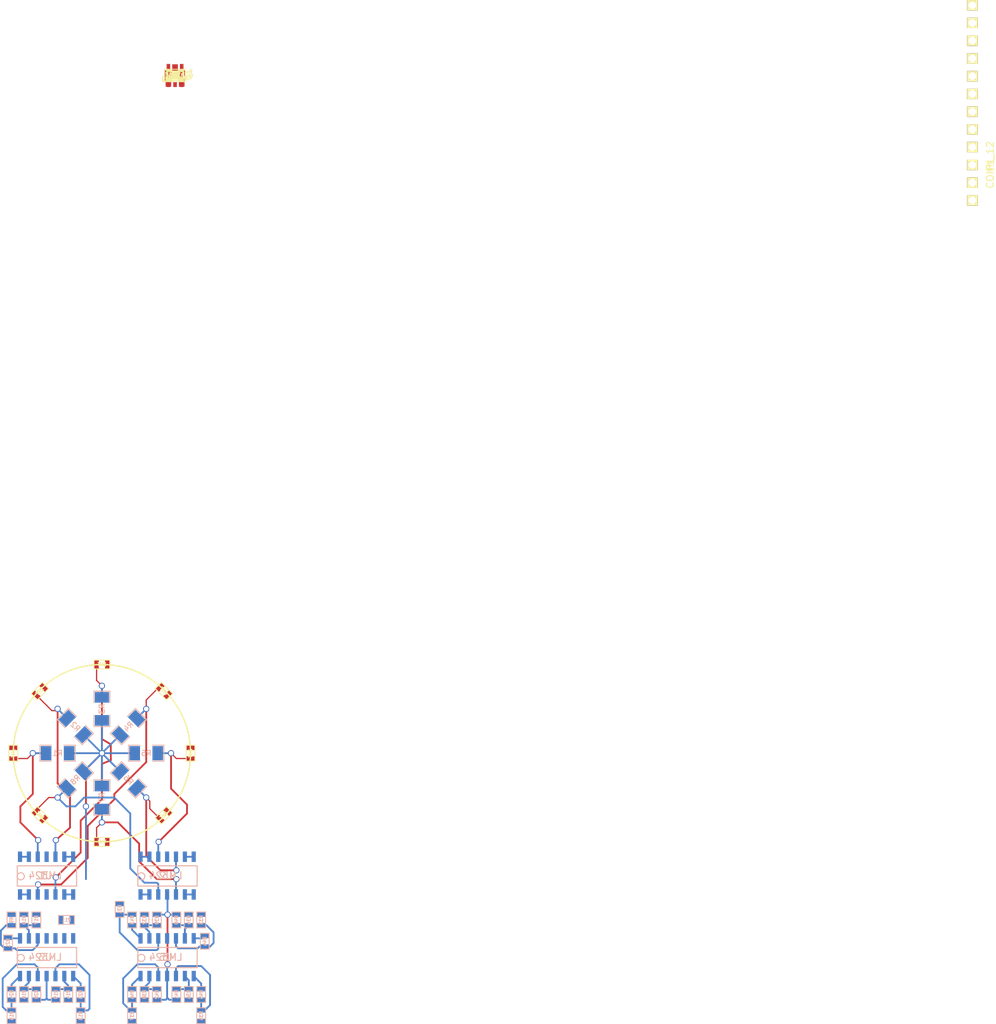
<source format=kicad_pcb>
(kicad_pcb (version 3) (host pcbnew "(2013-07-07 BZR 4022)-stable")

  (general
    (links 154)
    (no_connects 62)
    (area 0 0 0 0)
    (thickness 1.6)
    (drawings 1)
    (tracks 247)
    (zones 0)
    (modules 80)
    (nets 56)
  )

  (page A3)
  (layers
    (15 F.Cu signal)
    (0 B.Cu signal)
    (16 B.Adhes user)
    (17 F.Adhes user)
    (18 B.Paste user)
    (19 F.Paste user)
    (20 B.SilkS user)
    (21 F.SilkS user)
    (22 B.Mask user)
    (23 F.Mask user)
    (24 Dwgs.User user)
    (25 Cmts.User user)
    (26 Eco1.User user)
    (27 Eco2.User user)
    (28 Edge.Cuts user)
  )

  (setup
    (last_trace_width 0.254)
    (user_trace_width 0.1524)
    (user_trace_width 0.1778)
    (user_trace_width 0.2032)
    (user_trace_width 0.2286)
    (trace_clearance 0.254)
    (zone_clearance 0.508)
    (zone_45_only no)
    (trace_min 0.1524)
    (segment_width 0.2)
    (edge_width 0.1)
    (via_size 0.889)
    (via_drill 0.635)
    (via_min_size 0.889)
    (via_min_drill 0.508)
    (uvia_size 0.508)
    (uvia_drill 0.127)
    (uvias_allowed no)
    (uvia_min_size 0.508)
    (uvia_min_drill 0.127)
    (pcb_text_width 0.3)
    (pcb_text_size 1.5 1.5)
    (mod_edge_width 0.15)
    (mod_text_size 1 1)
    (mod_text_width 0.15)
    (pad_size 0.6 1.5)
    (pad_drill 0)
    (pad_to_mask_clearance 0)
    (aux_axis_origin 0 0)
    (visible_elements 7FFFFBFF)
    (pcbplotparams
      (layerselection 3178497)
      (usegerberextensions true)
      (excludeedgelayer true)
      (linewidth 0.150000)
      (plotframeref false)
      (viasonmask false)
      (mode 1)
      (useauxorigin false)
      (hpglpennumber 1)
      (hpglpenspeed 20)
      (hpglpendiameter 15)
      (hpglpenoverlay 2)
      (psnegative false)
      (psa4output false)
      (plotreference true)
      (plotvalue true)
      (plotothertext true)
      (plotinvisibletext false)
      (padsonsilk false)
      (subtractmaskfromsilk false)
      (outputformat 1)
      (mirror false)
      (drillshape 1)
      (scaleselection 1)
      (outputdirectory ""))
  )

  (net 0 "")
  (net 1 ARef)
  (net 2 Control)
  (net 3 GND)
  (net 4 N-0000010)
  (net 5 N-0000013)
  (net 6 N-0000014)
  (net 7 N-0000015)
  (net 8 N-0000018)
  (net 9 N-0000021)
  (net 10 N-0000023)
  (net 11 N-0000024)
  (net 12 N-0000028)
  (net 13 N-0000029)
  (net 14 N-000003)
  (net 15 N-0000030)
  (net 16 N-0000031)
  (net 17 N-0000035)
  (net 18 N-0000038)
  (net 19 N-0000039)
  (net 20 N-0000040)
  (net 21 N-0000041)
  (net 22 N-0000044)
  (net 23 N-0000045)
  (net 24 N-0000049)
  (net 25 N-0000051)
  (net 26 N-0000053)
  (net 27 N-0000055)
  (net 28 N-0000058)
  (net 29 N-0000059)
  (net 30 N-000006)
  (net 31 N-0000060)
  (net 32 N-0000061)
  (net 33 N-0000062)
  (net 34 N-0000063)
  (net 35 N-000008)
  (net 36 N-000009)
  (net 37 Out1)
  (net 38 Out2)
  (net 39 Out3)
  (net 40 Out4)
  (net 41 Out5)
  (net 42 Out6)
  (net 43 Out7)
  (net 44 Out8)
  (net 45 Sense1)
  (net 46 Sense2)
  (net 47 Sense3)
  (net 48 Sense4)
  (net 49 Sense5)
  (net 50 Sense6)
  (net 51 Sense7)
  (net 52 Sense8)
  (net 53 Vcc)
  (net 54 Vmin)
  (net 55 Vpower)

  (net_class Default "This is the default net class."
    (clearance 0.254)
    (trace_width 0.254)
    (via_dia 0.889)
    (via_drill 0.635)
    (uvia_dia 0.508)
    (uvia_drill 0.127)
    (add_net "")
    (add_net ARef)
    (add_net Control)
    (add_net GND)
    (add_net N-0000010)
    (add_net N-0000013)
    (add_net N-0000014)
    (add_net N-0000015)
    (add_net N-0000018)
    (add_net N-0000021)
    (add_net N-0000023)
    (add_net N-0000024)
    (add_net N-0000028)
    (add_net N-0000029)
    (add_net N-000003)
    (add_net N-0000030)
    (add_net N-0000031)
    (add_net N-0000035)
    (add_net N-0000038)
    (add_net N-0000039)
    (add_net N-0000040)
    (add_net N-0000041)
    (add_net N-0000044)
    (add_net N-0000045)
    (add_net N-0000049)
    (add_net N-0000051)
    (add_net N-0000053)
    (add_net N-0000055)
    (add_net N-0000058)
    (add_net N-0000059)
    (add_net N-000006)
    (add_net N-0000060)
    (add_net N-0000061)
    (add_net N-0000062)
    (add_net N-0000063)
    (add_net N-000008)
    (add_net N-000009)
    (add_net Out1)
    (add_net Out2)
    (add_net Out3)
    (add_net Out4)
    (add_net Out5)
    (add_net Out6)
    (add_net Out7)
    (add_net Out8)
    (add_net Sense1)
    (add_net Sense2)
    (add_net Sense3)
    (add_net Sense4)
    (add_net Sense5)
    (add_net Sense6)
    (add_net Sense7)
    (add_net Sense8)
    (add_net Vcc)
    (add_net Vmin)
    (add_net Vpower)
  )

  (module SOIC_14_QUAD_OPAMP (layer B.Cu) (tedit 548C90A1) (tstamp 548C91BF)
    (at 50.292 172.466)
    (path /548B8754)
    (fp_text reference U1 (at 0 0) (layer B.SilkS)
      (effects (font (size 1 1) (thickness 0.15)) (justify mirror))
    )
    (fp_text value LM324 (at 0 0) (layer B.SilkS)
      (effects (font (size 1 1) (thickness 0.15)) (justify mirror))
    )
    (fp_line (start -4 1.5) (end -4 -1.4) (layer B.SilkS) (width 0.15))
    (fp_line (start -4 -1.4) (end 4.5 -1.4) (layer B.SilkS) (width 0.15))
    (fp_line (start 4.5 -1.4) (end 4.5 1.5) (layer B.SilkS) (width 0.15))
    (fp_line (start 4.5 1.5) (end -4 1.5) (layer B.SilkS) (width 0.15))
    (fp_circle (center -3.5 0.1) (end -3.6 0.6) (layer B.SilkS) (width 0.15))
    (pad 1 smd rect (at -3.61 -2.7) (size 0.6 1.5)
      (layers B.Cu B.Paste B.Mask)
      (net 45 Sense1)
    )
    (pad 2 smd rect (at -2.34 -2.7) (size 0.6 1.5)
      (layers B.Cu B.Paste B.Mask)
      (net 45 Sense1)
    )
    (pad 3 smd rect (at -1.07 -2.7) (size 0.6 1.5)
      (layers B.Cu B.Paste B.Mask)
      (net 24 N-0000049)
    )
    (pad 4 smd rect (at 0.2 -2.7) (size 0.6 1.5)
      (layers B.Cu B.Paste B.Mask)
      (net 53 Vcc)
    )
    (pad 5 smd rect (at 1.47 -2.7) (size 0.6 1.5)
      (layers B.Cu B.Paste B.Mask)
      (net 25 N-0000051)
    )
    (pad 6 smd rect (at 2.74 -2.7) (size 0.6 1.5)
      (layers B.Cu B.Paste B.Mask)
      (net 46 Sense2)
    )
    (pad 7 smd rect (at 4.01 -2.7) (size 0.6 1.5)
      (layers B.Cu B.Paste B.Mask)
      (net 46 Sense2)
    )
    (pad 8 smd rect (at 4.01 2.7) (size 0.6 1.5)
      (layers B.Cu B.Paste B.Mask)
      (net 47 Sense3)
    )
    (pad 9 smd rect (at 2.74 2.7) (size 0.6 1.5)
      (layers B.Cu B.Paste B.Mask)
      (net 47 Sense3)
    )
    (pad 10 smd rect (at 1.47 2.7) (size 0.6 1.5)
      (layers B.Cu B.Paste B.Mask)
      (net 26 N-0000053)
    )
    (pad 11 smd rect (at 0.2 2.7) (size 0.6 1.5)
      (layers B.Cu B.Paste B.Mask)
      (net 3 GND)
    )
    (pad 12 smd rect (at -1.07 2.7) (size 0.6 1.5)
      (layers B.Cu B.Paste B.Mask)
      (net 32 N-0000061)
    )
    (pad 13 smd rect (at -2.34 2.7) (size 0.6 1.5)
      (layers B.Cu B.Paste B.Mask)
      (net 48 Sense4)
    )
    (pad 14 smd rect (at -3.61 2.7) (size 0.6 1.5)
      (layers B.Cu B.Paste B.Mask)
      (net 48 Sense4)
    )
  )

  (module SOT23-5 (layer F.Cu) (tedit 4ECF78EF) (tstamp 548C9157)
    (at 68.9 57.9)
    (path /548B94C6)
    (attr smd)
    (fp_text reference U4 (at 2.19964 -0.29972 90) (layer F.SilkS)
      (effects (font (size 0.635 0.635) (thickness 0.127)))
    )
    (fp_text value TL071 (at 0 0) (layer F.SilkS)
      (effects (font (size 0.635 0.635) (thickness 0.127)))
    )
    (fp_line (start 1.524 -0.889) (end 1.524 0.889) (layer F.SilkS) (width 0.127))
    (fp_line (start 1.524 0.889) (end -1.524 0.889) (layer F.SilkS) (width 0.127))
    (fp_line (start -1.524 0.889) (end -1.524 -0.889) (layer F.SilkS) (width 0.127))
    (fp_line (start -1.524 -0.889) (end 1.524 -0.889) (layer F.SilkS) (width 0.127))
    (pad 1 smd rect (at -0.9525 1.27) (size 0.508 0.762)
      (layers F.Cu F.Paste F.Mask)
    )
    (pad 3 smd rect (at 0.9525 1.27) (size 0.508 0.762)
      (layers F.Cu F.Paste F.Mask)
      (net 11 N-0000024)
    )
    (pad 5 smd rect (at -0.9525 -1.27) (size 0.508 0.762)
      (layers F.Cu F.Paste F.Mask)
    )
    (pad 2 smd rect (at 0 1.27) (size 0.508 0.762)
      (layers F.Cu F.Paste F.Mask)
      (net 54 Vmin)
    )
    (pad 4 smd rect (at 0.9525 -1.27) (size 0.508 0.762)
      (layers F.Cu F.Paste F.Mask)
      (net 3 GND)
    )
    (model smd/SOT23_5.wrl
      (at (xyz 0 0 0))
      (scale (xyz 0.1 0.1 0.1))
      (rotate (xyz 0 0 0))
    )
  )

  (module SOT23 (layer F.Cu) (tedit 5051A6D7) (tstamp 548C9163)
    (at 68.9 57.9)
    (tags SOT23)
    (path /548C8A8F)
    (fp_text reference Q1 (at 1.99898 -0.09906 90) (layer F.SilkS)
      (effects (font (size 0.762 0.762) (thickness 0.11938)))
    )
    (fp_text value MOS_P (at 0.0635 0) (layer F.SilkS)
      (effects (font (size 0.50038 0.50038) (thickness 0.09906)))
    )
    (fp_circle (center -1.17602 0.35052) (end -1.30048 0.44958) (layer F.SilkS) (width 0.07874))
    (fp_line (start 1.27 -0.508) (end 1.27 0.508) (layer F.SilkS) (width 0.07874))
    (fp_line (start -1.3335 -0.508) (end -1.3335 0.508) (layer F.SilkS) (width 0.07874))
    (fp_line (start 1.27 0.508) (end -1.3335 0.508) (layer F.SilkS) (width 0.07874))
    (fp_line (start -1.3335 -0.508) (end 1.27 -0.508) (layer F.SilkS) (width 0.07874))
    (pad 3 smd rect (at 0 -1.09982) (size 0.8001 1.00076)
      (layers F.Cu F.Paste F.Mask)
    )
    (pad 2 smd rect (at 0.9525 1.09982) (size 0.8001 1.00076)
      (layers F.Cu F.Paste F.Mask)
    )
    (pad 1 smd rect (at -0.9525 1.09982) (size 0.8001 1.00076)
      (layers F.Cu F.Paste F.Mask)
    )
    (model smd\SOT23_3.wrl
      (at (xyz 0 0 0))
      (scale (xyz 0.4 0.4 0.4))
      (rotate (xyz 0 0 180))
    )
  )

  (module SM1206 (layer B.Cu) (tedit 42806E24) (tstamp 548C91CB)
    (at 58.42 161.29 270)
    (path /548B8E10)
    (attr smd)
    (fp_text reference R7 (at 0 0 270) (layer B.SilkS)
      (effects (font (size 0.762 0.762) (thickness 0.127)) (justify mirror))
    )
    (fp_text value RD (at 0 0 270) (layer B.SilkS) hide
      (effects (font (size 0.762 0.762) (thickness 0.127)) (justify mirror))
    )
    (fp_line (start -2.54 1.143) (end -2.54 -1.143) (layer B.SilkS) (width 0.127))
    (fp_line (start -2.54 -1.143) (end -0.889 -1.143) (layer B.SilkS) (width 0.127))
    (fp_line (start 0.889 1.143) (end 2.54 1.143) (layer B.SilkS) (width 0.127))
    (fp_line (start 2.54 1.143) (end 2.54 -1.143) (layer B.SilkS) (width 0.127))
    (fp_line (start 2.54 -1.143) (end 0.889 -1.143) (layer B.SilkS) (width 0.127))
    (fp_line (start -0.889 1.143) (end -2.54 1.143) (layer B.SilkS) (width 0.127))
    (pad 1 smd rect (at -1.651 0 270) (size 1.524 2.032)
      (layers B.Cu B.Paste B.Mask)
      (net 1 ARef)
    )
    (pad 2 smd rect (at 1.651 0 270) (size 1.524 2.032)
      (layers B.Cu B.Paste B.Mask)
      (net 29 N-0000059)
    )
    (model smd/chip_cms.wrl
      (at (xyz 0 0 0))
      (scale (xyz 0.17 0.16 0.16))
      (rotate (xyz 0 0 0))
    )
  )

  (module SM1206 (layer B.Cu) (tedit 42806E24) (tstamp 548C91D7)
    (at 54.61 158.75 225)
    (path /548B8E3F)
    (attr smd)
    (fp_text reference R8 (at 0 0 225) (layer B.SilkS)
      (effects (font (size 0.762 0.762) (thickness 0.127)) (justify mirror))
    )
    (fp_text value RD (at 0 0 225) (layer B.SilkS) hide
      (effects (font (size 0.762 0.762) (thickness 0.127)) (justify mirror))
    )
    (fp_line (start -2.54 1.143) (end -2.54 -1.143) (layer B.SilkS) (width 0.127))
    (fp_line (start -2.54 -1.143) (end -0.889 -1.143) (layer B.SilkS) (width 0.127))
    (fp_line (start 0.889 1.143) (end 2.54 1.143) (layer B.SilkS) (width 0.127))
    (fp_line (start 2.54 1.143) (end 2.54 -1.143) (layer B.SilkS) (width 0.127))
    (fp_line (start 2.54 -1.143) (end 0.889 -1.143) (layer B.SilkS) (width 0.127))
    (fp_line (start -0.889 1.143) (end -2.54 1.143) (layer B.SilkS) (width 0.127))
    (pad 1 smd rect (at -1.651 0 225) (size 1.524 2.032)
      (layers B.Cu B.Paste B.Mask)
      (net 1 ARef)
    )
    (pad 2 smd rect (at 1.651 0 225) (size 1.524 2.032)
      (layers B.Cu B.Paste B.Mask)
      (net 31 N-0000060)
    )
    (model smd/chip_cms.wrl
      (at (xyz 0 0 0))
      (scale (xyz 0.17 0.16 0.16))
      (rotate (xyz 0 0 0))
    )
  )

  (module SM1206 (layer B.Cu) (tedit 42806E24) (tstamp 548C91E3)
    (at 62.23 158.75 315)
    (path /548B8DE1)
    (attr smd)
    (fp_text reference R6 (at 0 0 315) (layer B.SilkS)
      (effects (font (size 0.762 0.762) (thickness 0.127)) (justify mirror))
    )
    (fp_text value RD (at 0 0 315) (layer B.SilkS) hide
      (effects (font (size 0.762 0.762) (thickness 0.127)) (justify mirror))
    )
    (fp_line (start -2.54 1.143) (end -2.54 -1.143) (layer B.SilkS) (width 0.127))
    (fp_line (start -2.54 -1.143) (end -0.889 -1.143) (layer B.SilkS) (width 0.127))
    (fp_line (start 0.889 1.143) (end 2.54 1.143) (layer B.SilkS) (width 0.127))
    (fp_line (start 2.54 1.143) (end 2.54 -1.143) (layer B.SilkS) (width 0.127))
    (fp_line (start 2.54 -1.143) (end 0.889 -1.143) (layer B.SilkS) (width 0.127))
    (fp_line (start -0.889 1.143) (end -2.54 1.143) (layer B.SilkS) (width 0.127))
    (pad 1 smd rect (at -1.651 0 315) (size 1.524 2.032)
      (layers B.Cu B.Paste B.Mask)
      (net 1 ARef)
    )
    (pad 2 smd rect (at 1.651 0 315) (size 1.524 2.032)
      (layers B.Cu B.Paste B.Mask)
      (net 34 N-0000063)
    )
    (model smd/chip_cms.wrl
      (at (xyz 0 0 0))
      (scale (xyz 0.17 0.16 0.16))
      (rotate (xyz 0 0 0))
    )
  )

  (module SM1206 (layer B.Cu) (tedit 42806E24) (tstamp 548C91EF)
    (at 64.77 154.94)
    (path /548B8DB2)
    (attr smd)
    (fp_text reference R5 (at 0 0) (layer B.SilkS)
      (effects (font (size 0.762 0.762) (thickness 0.127)) (justify mirror))
    )
    (fp_text value RD (at 0 0) (layer B.SilkS) hide
      (effects (font (size 0.762 0.762) (thickness 0.127)) (justify mirror))
    )
    (fp_line (start -2.54 1.143) (end -2.54 -1.143) (layer B.SilkS) (width 0.127))
    (fp_line (start -2.54 -1.143) (end -0.889 -1.143) (layer B.SilkS) (width 0.127))
    (fp_line (start 0.889 1.143) (end 2.54 1.143) (layer B.SilkS) (width 0.127))
    (fp_line (start 2.54 1.143) (end 2.54 -1.143) (layer B.SilkS) (width 0.127))
    (fp_line (start 2.54 -1.143) (end 0.889 -1.143) (layer B.SilkS) (width 0.127))
    (fp_line (start -0.889 1.143) (end -2.54 1.143) (layer B.SilkS) (width 0.127))
    (pad 1 smd rect (at -1.651 0) (size 1.524 2.032)
      (layers B.Cu B.Paste B.Mask)
      (net 1 ARef)
    )
    (pad 2 smd rect (at 1.651 0) (size 1.524 2.032)
      (layers B.Cu B.Paste B.Mask)
      (net 33 N-0000062)
    )
    (model smd/chip_cms.wrl
      (at (xyz 0 0 0))
      (scale (xyz 0.17 0.16 0.16))
      (rotate (xyz 0 0 0))
    )
  )

  (module SM1206 (layer B.Cu) (tedit 42806E24) (tstamp 548C91FB)
    (at 62.23 151.13 45)
    (path /548B8D83)
    (attr smd)
    (fp_text reference R4 (at 0 0 45) (layer B.SilkS)
      (effects (font (size 0.762 0.762) (thickness 0.127)) (justify mirror))
    )
    (fp_text value RD (at 0 0 45) (layer B.SilkS) hide
      (effects (font (size 0.762 0.762) (thickness 0.127)) (justify mirror))
    )
    (fp_line (start -2.54 1.143) (end -2.54 -1.143) (layer B.SilkS) (width 0.127))
    (fp_line (start -2.54 -1.143) (end -0.889 -1.143) (layer B.SilkS) (width 0.127))
    (fp_line (start 0.889 1.143) (end 2.54 1.143) (layer B.SilkS) (width 0.127))
    (fp_line (start 2.54 1.143) (end 2.54 -1.143) (layer B.SilkS) (width 0.127))
    (fp_line (start 2.54 -1.143) (end 0.889 -1.143) (layer B.SilkS) (width 0.127))
    (fp_line (start -0.889 1.143) (end -2.54 1.143) (layer B.SilkS) (width 0.127))
    (pad 1 smd rect (at -1.651 0 45) (size 1.524 2.032)
      (layers B.Cu B.Paste B.Mask)
      (net 1 ARef)
    )
    (pad 2 smd rect (at 1.651 0 45) (size 1.524 2.032)
      (layers B.Cu B.Paste B.Mask)
      (net 32 N-0000061)
    )
    (model smd/chip_cms.wrl
      (at (xyz 0 0 0))
      (scale (xyz 0.17 0.16 0.16))
      (rotate (xyz 0 0 0))
    )
  )

  (module SM1206 (layer B.Cu) (tedit 42806E24) (tstamp 548C9207)
    (at 58.42 148.59 90)
    (path /548B8D54)
    (attr smd)
    (fp_text reference R3 (at 0 0 90) (layer B.SilkS)
      (effects (font (size 0.762 0.762) (thickness 0.127)) (justify mirror))
    )
    (fp_text value RD (at 0 0 90) (layer B.SilkS) hide
      (effects (font (size 0.762 0.762) (thickness 0.127)) (justify mirror))
    )
    (fp_line (start -2.54 1.143) (end -2.54 -1.143) (layer B.SilkS) (width 0.127))
    (fp_line (start -2.54 -1.143) (end -0.889 -1.143) (layer B.SilkS) (width 0.127))
    (fp_line (start 0.889 1.143) (end 2.54 1.143) (layer B.SilkS) (width 0.127))
    (fp_line (start 2.54 1.143) (end 2.54 -1.143) (layer B.SilkS) (width 0.127))
    (fp_line (start 2.54 -1.143) (end 0.889 -1.143) (layer B.SilkS) (width 0.127))
    (fp_line (start -0.889 1.143) (end -2.54 1.143) (layer B.SilkS) (width 0.127))
    (pad 1 smd rect (at -1.651 0 90) (size 1.524 2.032)
      (layers B.Cu B.Paste B.Mask)
      (net 1 ARef)
    )
    (pad 2 smd rect (at 1.651 0 90) (size 1.524 2.032)
      (layers B.Cu B.Paste B.Mask)
      (net 26 N-0000053)
    )
    (model smd/chip_cms.wrl
      (at (xyz 0 0 0))
      (scale (xyz 0.17 0.16 0.16))
      (rotate (xyz 0 0 0))
    )
  )

  (module SM1206 (layer B.Cu) (tedit 42806E24) (tstamp 548C9213)
    (at 54.61 151.13 135)
    (path /548B8D25)
    (attr smd)
    (fp_text reference R2 (at 0 0 135) (layer B.SilkS)
      (effects (font (size 0.762 0.762) (thickness 0.127)) (justify mirror))
    )
    (fp_text value RD (at 0 0 135) (layer B.SilkS) hide
      (effects (font (size 0.762 0.762) (thickness 0.127)) (justify mirror))
    )
    (fp_line (start -2.54 1.143) (end -2.54 -1.143) (layer B.SilkS) (width 0.127))
    (fp_line (start -2.54 -1.143) (end -0.889 -1.143) (layer B.SilkS) (width 0.127))
    (fp_line (start 0.889 1.143) (end 2.54 1.143) (layer B.SilkS) (width 0.127))
    (fp_line (start 2.54 1.143) (end 2.54 -1.143) (layer B.SilkS) (width 0.127))
    (fp_line (start 2.54 -1.143) (end 0.889 -1.143) (layer B.SilkS) (width 0.127))
    (fp_line (start -0.889 1.143) (end -2.54 1.143) (layer B.SilkS) (width 0.127))
    (pad 1 smd rect (at -1.651 0 135) (size 1.524 2.032)
      (layers B.Cu B.Paste B.Mask)
      (net 1 ARef)
    )
    (pad 2 smd rect (at 1.651 0 135) (size 1.524 2.032)
      (layers B.Cu B.Paste B.Mask)
      (net 25 N-0000051)
    )
    (model smd/chip_cms.wrl
      (at (xyz 0 0 0))
      (scale (xyz 0.17 0.16 0.16))
      (rotate (xyz 0 0 0))
    )
  )

  (module SM1206 (layer B.Cu) (tedit 42806E24) (tstamp 548C921F)
    (at 52.07 154.94 180)
    (path /547F0B31)
    (attr smd)
    (fp_text reference R1 (at 0 0 180) (layer B.SilkS)
      (effects (font (size 0.762 0.762) (thickness 0.127)) (justify mirror))
    )
    (fp_text value RD (at 0 0 180) (layer B.SilkS) hide
      (effects (font (size 0.762 0.762) (thickness 0.127)) (justify mirror))
    )
    (fp_line (start -2.54 1.143) (end -2.54 -1.143) (layer B.SilkS) (width 0.127))
    (fp_line (start -2.54 -1.143) (end -0.889 -1.143) (layer B.SilkS) (width 0.127))
    (fp_line (start 0.889 1.143) (end 2.54 1.143) (layer B.SilkS) (width 0.127))
    (fp_line (start 2.54 1.143) (end 2.54 -1.143) (layer B.SilkS) (width 0.127))
    (fp_line (start 2.54 -1.143) (end 0.889 -1.143) (layer B.SilkS) (width 0.127))
    (fp_line (start -0.889 1.143) (end -2.54 1.143) (layer B.SilkS) (width 0.127))
    (pad 1 smd rect (at -1.651 0 180) (size 1.524 2.032)
      (layers B.Cu B.Paste B.Mask)
      (net 1 ARef)
    )
    (pad 2 smd rect (at 1.651 0 180) (size 1.524 2.032)
      (layers B.Cu B.Paste B.Mask)
      (net 24 N-0000049)
    )
    (model smd/chip_cms.wrl
      (at (xyz 0 0 0))
      (scale (xyz 0.17 0.16 0.16))
      (rotate (xyz 0 0 0))
    )
  )

  (module SM0805 (layer F.Cu) (tedit 5091495C) (tstamp 548C922C)
    (at 68.9 57.9)
    (path /548C8663)
    (attr smd)
    (fp_text reference C13 (at 0 -0.3175) (layer F.SilkS)
      (effects (font (size 0.50038 0.50038) (thickness 0.10922)))
    )
    (fp_text value Cdecouple (at 0 0.381) (layer F.SilkS)
      (effects (font (size 0.50038 0.50038) (thickness 0.10922)))
    )
    (fp_circle (center -1.651 0.762) (end -1.651 0.635) (layer F.SilkS) (width 0.09906))
    (fp_line (start -0.508 0.762) (end -1.524 0.762) (layer F.SilkS) (width 0.09906))
    (fp_line (start -1.524 0.762) (end -1.524 -0.762) (layer F.SilkS) (width 0.09906))
    (fp_line (start -1.524 -0.762) (end -0.508 -0.762) (layer F.SilkS) (width 0.09906))
    (fp_line (start 0.508 -0.762) (end 1.524 -0.762) (layer F.SilkS) (width 0.09906))
    (fp_line (start 1.524 -0.762) (end 1.524 0.762) (layer F.SilkS) (width 0.09906))
    (fp_line (start 1.524 0.762) (end 0.508 0.762) (layer F.SilkS) (width 0.09906))
    (pad 1 smd rect (at -0.9525 0) (size 0.889 1.397)
      (layers F.Cu F.Paste F.Mask)
      (net 53 Vcc)
    )
    (pad 2 smd rect (at 0.9525 0) (size 0.889 1.397)
      (layers F.Cu F.Paste F.Mask)
      (net 3 GND)
    )
    (model smd/chip_cms.wrl
      (at (xyz 0 0 0))
      (scale (xyz 0.1 0.1 0.1))
      (rotate (xyz 0 0 0))
    )
  )

  (module SM0805 (layer F.Cu) (tedit 5091495C) (tstamp 548C9239)
    (at 68.9 57.9)
    (path /548B99BC)
    (attr smd)
    (fp_text reference C3 (at 0 -0.3175) (layer F.SilkS)
      (effects (font (size 0.50038 0.50038) (thickness 0.10922)))
    )
    (fp_text value Cfilter (at 0 0.381) (layer F.SilkS)
      (effects (font (size 0.50038 0.50038) (thickness 0.10922)))
    )
    (fp_circle (center -1.651 0.762) (end -1.651 0.635) (layer F.SilkS) (width 0.09906))
    (fp_line (start -0.508 0.762) (end -1.524 0.762) (layer F.SilkS) (width 0.09906))
    (fp_line (start -1.524 0.762) (end -1.524 -0.762) (layer F.SilkS) (width 0.09906))
    (fp_line (start -1.524 -0.762) (end -0.508 -0.762) (layer F.SilkS) (width 0.09906))
    (fp_line (start 0.508 -0.762) (end 1.524 -0.762) (layer F.SilkS) (width 0.09906))
    (fp_line (start 1.524 -0.762) (end 1.524 0.762) (layer F.SilkS) (width 0.09906))
    (fp_line (start 1.524 0.762) (end 0.508 0.762) (layer F.SilkS) (width 0.09906))
    (pad 1 smd rect (at -0.9525 0) (size 0.889 1.397)
      (layers F.Cu F.Paste F.Mask)
    )
    (pad 2 smd rect (at 0.9525 0) (size 0.889 1.397)
      (layers F.Cu F.Paste F.Mask)
      (net 3 GND)
    )
    (model smd/chip_cms.wrl
      (at (xyz 0 0 0))
      (scale (xyz 0.1 0.1 0.1))
      (rotate (xyz 0 0 0))
    )
  )

  (module SM0805 (layer F.Cu) (tedit 5091495C) (tstamp 548C9246)
    (at 68.9 57.9)
    (path /548B9A04)
    (attr smd)
    (fp_text reference C8 (at 0 -0.3175) (layer F.SilkS)
      (effects (font (size 0.50038 0.50038) (thickness 0.10922)))
    )
    (fp_text value Cfilter (at 0 0.381) (layer F.SilkS)
      (effects (font (size 0.50038 0.50038) (thickness 0.10922)))
    )
    (fp_circle (center -1.651 0.762) (end -1.651 0.635) (layer F.SilkS) (width 0.09906))
    (fp_line (start -0.508 0.762) (end -1.524 0.762) (layer F.SilkS) (width 0.09906))
    (fp_line (start -1.524 0.762) (end -1.524 -0.762) (layer F.SilkS) (width 0.09906))
    (fp_line (start -1.524 -0.762) (end -0.508 -0.762) (layer F.SilkS) (width 0.09906))
    (fp_line (start 0.508 -0.762) (end 1.524 -0.762) (layer F.SilkS) (width 0.09906))
    (fp_line (start 1.524 -0.762) (end 1.524 0.762) (layer F.SilkS) (width 0.09906))
    (fp_line (start 1.524 0.762) (end 0.508 0.762) (layer F.SilkS) (width 0.09906))
    (pad 1 smd rect (at -0.9525 0) (size 0.889 1.397)
      (layers F.Cu F.Paste F.Mask)
    )
    (pad 2 smd rect (at 0.9525 0) (size 0.889 1.397)
      (layers F.Cu F.Paste F.Mask)
      (net 3 GND)
    )
    (model smd/chip_cms.wrl
      (at (xyz 0 0 0))
      (scale (xyz 0.1 0.1 0.1))
      (rotate (xyz 0 0 0))
    )
  )

  (module SM0805 (layer F.Cu) (tedit 5091495C) (tstamp 548C9253)
    (at 68.9 57.9)
    (path /548B9975)
    (attr smd)
    (fp_text reference C2 (at 0 -0.3175) (layer F.SilkS)
      (effects (font (size 0.50038 0.50038) (thickness 0.10922)))
    )
    (fp_text value Cfilter (at 0 0.381) (layer F.SilkS)
      (effects (font (size 0.50038 0.50038) (thickness 0.10922)))
    )
    (fp_circle (center -1.651 0.762) (end -1.651 0.635) (layer F.SilkS) (width 0.09906))
    (fp_line (start -0.508 0.762) (end -1.524 0.762) (layer F.SilkS) (width 0.09906))
    (fp_line (start -1.524 0.762) (end -1.524 -0.762) (layer F.SilkS) (width 0.09906))
    (fp_line (start -1.524 -0.762) (end -0.508 -0.762) (layer F.SilkS) (width 0.09906))
    (fp_line (start 0.508 -0.762) (end 1.524 -0.762) (layer F.SilkS) (width 0.09906))
    (fp_line (start 1.524 -0.762) (end 1.524 0.762) (layer F.SilkS) (width 0.09906))
    (fp_line (start 1.524 0.762) (end 0.508 0.762) (layer F.SilkS) (width 0.09906))
    (pad 1 smd rect (at -0.9525 0) (size 0.889 1.397)
      (layers F.Cu F.Paste F.Mask)
    )
    (pad 2 smd rect (at 0.9525 0) (size 0.889 1.397)
      (layers F.Cu F.Paste F.Mask)
      (net 3 GND)
    )
    (model smd/chip_cms.wrl
      (at (xyz 0 0 0))
      (scale (xyz 0.1 0.1 0.1))
      (rotate (xyz 0 0 0))
    )
  )

  (module SM0805 (layer F.Cu) (tedit 5091495C) (tstamp 548C9260)
    (at 68.9 57.9)
    (path /548B9A4B)
    (attr smd)
    (fp_text reference C5 (at 0 -0.3175) (layer F.SilkS)
      (effects (font (size 0.50038 0.50038) (thickness 0.10922)))
    )
    (fp_text value Cfilter (at 0 0.381) (layer F.SilkS)
      (effects (font (size 0.50038 0.50038) (thickness 0.10922)))
    )
    (fp_circle (center -1.651 0.762) (end -1.651 0.635) (layer F.SilkS) (width 0.09906))
    (fp_line (start -0.508 0.762) (end -1.524 0.762) (layer F.SilkS) (width 0.09906))
    (fp_line (start -1.524 0.762) (end -1.524 -0.762) (layer F.SilkS) (width 0.09906))
    (fp_line (start -1.524 -0.762) (end -0.508 -0.762) (layer F.SilkS) (width 0.09906))
    (fp_line (start 0.508 -0.762) (end 1.524 -0.762) (layer F.SilkS) (width 0.09906))
    (fp_line (start 1.524 -0.762) (end 1.524 0.762) (layer F.SilkS) (width 0.09906))
    (fp_line (start 1.524 0.762) (end 0.508 0.762) (layer F.SilkS) (width 0.09906))
    (pad 1 smd rect (at -0.9525 0) (size 0.889 1.397)
      (layers F.Cu F.Paste F.Mask)
    )
    (pad 2 smd rect (at 0.9525 0) (size 0.889 1.397)
      (layers F.Cu F.Paste F.Mask)
      (net 3 GND)
    )
    (model smd/chip_cms.wrl
      (at (xyz 0 0 0))
      (scale (xyz 0.1 0.1 0.1))
      (rotate (xyz 0 0 0))
    )
  )

  (module SM0805 (layer F.Cu) (tedit 5091495C) (tstamp 548C926D)
    (at 68.9 57.9)
    (path /548B992E)
    (attr smd)
    (fp_text reference C1 (at 0 -0.3175) (layer F.SilkS)
      (effects (font (size 0.50038 0.50038) (thickness 0.10922)))
    )
    (fp_text value Cfilter (at 0 0.381) (layer F.SilkS)
      (effects (font (size 0.50038 0.50038) (thickness 0.10922)))
    )
    (fp_circle (center -1.651 0.762) (end -1.651 0.635) (layer F.SilkS) (width 0.09906))
    (fp_line (start -0.508 0.762) (end -1.524 0.762) (layer F.SilkS) (width 0.09906))
    (fp_line (start -1.524 0.762) (end -1.524 -0.762) (layer F.SilkS) (width 0.09906))
    (fp_line (start -1.524 -0.762) (end -0.508 -0.762) (layer F.SilkS) (width 0.09906))
    (fp_line (start 0.508 -0.762) (end 1.524 -0.762) (layer F.SilkS) (width 0.09906))
    (fp_line (start 1.524 -0.762) (end 1.524 0.762) (layer F.SilkS) (width 0.09906))
    (fp_line (start 1.524 0.762) (end 0.508 0.762) (layer F.SilkS) (width 0.09906))
    (pad 1 smd rect (at -0.9525 0) (size 0.889 1.397)
      (layers F.Cu F.Paste F.Mask)
    )
    (pad 2 smd rect (at 0.9525 0) (size 0.889 1.397)
      (layers F.Cu F.Paste F.Mask)
      (net 3 GND)
    )
    (model smd/chip_cms.wrl
      (at (xyz 0 0 0))
      (scale (xyz 0.1 0.1 0.1))
      (rotate (xyz 0 0 0))
    )
  )

  (module SM0805 (layer F.Cu) (tedit 5091495C) (tstamp 548C927A)
    (at 68.9 57.9)
    (path /548B9A92)
    (attr smd)
    (fp_text reference C6 (at 0 -0.3175) (layer F.SilkS)
      (effects (font (size 0.50038 0.50038) (thickness 0.10922)))
    )
    (fp_text value Cfilter (at 0 0.381) (layer F.SilkS)
      (effects (font (size 0.50038 0.50038) (thickness 0.10922)))
    )
    (fp_circle (center -1.651 0.762) (end -1.651 0.635) (layer F.SilkS) (width 0.09906))
    (fp_line (start -0.508 0.762) (end -1.524 0.762) (layer F.SilkS) (width 0.09906))
    (fp_line (start -1.524 0.762) (end -1.524 -0.762) (layer F.SilkS) (width 0.09906))
    (fp_line (start -1.524 -0.762) (end -0.508 -0.762) (layer F.SilkS) (width 0.09906))
    (fp_line (start 0.508 -0.762) (end 1.524 -0.762) (layer F.SilkS) (width 0.09906))
    (fp_line (start 1.524 -0.762) (end 1.524 0.762) (layer F.SilkS) (width 0.09906))
    (fp_line (start 1.524 0.762) (end 0.508 0.762) (layer F.SilkS) (width 0.09906))
    (pad 1 smd rect (at -0.9525 0) (size 0.889 1.397)
      (layers F.Cu F.Paste F.Mask)
    )
    (pad 2 smd rect (at 0.9525 0) (size 0.889 1.397)
      (layers F.Cu F.Paste F.Mask)
      (net 3 GND)
    )
    (model smd/chip_cms.wrl
      (at (xyz 0 0 0))
      (scale (xyz 0.1 0.1 0.1))
      (rotate (xyz 0 0 0))
    )
  )

  (module SM0805 (layer F.Cu) (tedit 5091495C) (tstamp 548C9287)
    (at 68.9 57.9)
    (path /548C8895)
    (attr smd)
    (fp_text reference C9 (at 0 -0.3175) (layer F.SilkS)
      (effects (font (size 0.50038 0.50038) (thickness 0.10922)))
    )
    (fp_text value Cdecouple (at 0 0.381) (layer F.SilkS)
      (effects (font (size 0.50038 0.50038) (thickness 0.10922)))
    )
    (fp_circle (center -1.651 0.762) (end -1.651 0.635) (layer F.SilkS) (width 0.09906))
    (fp_line (start -0.508 0.762) (end -1.524 0.762) (layer F.SilkS) (width 0.09906))
    (fp_line (start -1.524 0.762) (end -1.524 -0.762) (layer F.SilkS) (width 0.09906))
    (fp_line (start -1.524 -0.762) (end -0.508 -0.762) (layer F.SilkS) (width 0.09906))
    (fp_line (start 0.508 -0.762) (end 1.524 -0.762) (layer F.SilkS) (width 0.09906))
    (fp_line (start 1.524 -0.762) (end 1.524 0.762) (layer F.SilkS) (width 0.09906))
    (fp_line (start 1.524 0.762) (end 0.508 0.762) (layer F.SilkS) (width 0.09906))
    (pad 1 smd rect (at -0.9525 0) (size 0.889 1.397)
      (layers F.Cu F.Paste F.Mask)
      (net 53 Vcc)
    )
    (pad 2 smd rect (at 0.9525 0) (size 0.889 1.397)
      (layers F.Cu F.Paste F.Mask)
      (net 3 GND)
    )
    (model smd/chip_cms.wrl
      (at (xyz 0 0 0))
      (scale (xyz 0.1 0.1 0.1))
      (rotate (xyz 0 0 0))
    )
  )

  (module SM0805 (layer F.Cu) (tedit 5091495C) (tstamp 548C9294)
    (at 68.9 57.9)
    (path /548C8886)
    (attr smd)
    (fp_text reference C10 (at 0 -0.3175) (layer F.SilkS)
      (effects (font (size 0.50038 0.50038) (thickness 0.10922)))
    )
    (fp_text value Cdecouple (at 0 0.381) (layer F.SilkS)
      (effects (font (size 0.50038 0.50038) (thickness 0.10922)))
    )
    (fp_circle (center -1.651 0.762) (end -1.651 0.635) (layer F.SilkS) (width 0.09906))
    (fp_line (start -0.508 0.762) (end -1.524 0.762) (layer F.SilkS) (width 0.09906))
    (fp_line (start -1.524 0.762) (end -1.524 -0.762) (layer F.SilkS) (width 0.09906))
    (fp_line (start -1.524 -0.762) (end -0.508 -0.762) (layer F.SilkS) (width 0.09906))
    (fp_line (start 0.508 -0.762) (end 1.524 -0.762) (layer F.SilkS) (width 0.09906))
    (fp_line (start 1.524 -0.762) (end 1.524 0.762) (layer F.SilkS) (width 0.09906))
    (fp_line (start 1.524 0.762) (end 0.508 0.762) (layer F.SilkS) (width 0.09906))
    (pad 1 smd rect (at -0.9525 0) (size 0.889 1.397)
      (layers F.Cu F.Paste F.Mask)
      (net 53 Vcc)
    )
    (pad 2 smd rect (at 0.9525 0) (size 0.889 1.397)
      (layers F.Cu F.Paste F.Mask)
      (net 3 GND)
    )
    (model smd/chip_cms.wrl
      (at (xyz 0 0 0))
      (scale (xyz 0.1 0.1 0.1))
      (rotate (xyz 0 0 0))
    )
  )

  (module SM0805 (layer F.Cu) (tedit 5091495C) (tstamp 548C92A1)
    (at 68.9 57.9)
    (path /548508E8)
    (attr smd)
    (fp_text reference C14 (at 0 -0.3175) (layer F.SilkS)
      (effects (font (size 0.50038 0.50038) (thickness 0.10922)))
    )
    (fp_text value 10uF (at 0 0.381) (layer F.SilkS)
      (effects (font (size 0.50038 0.50038) (thickness 0.10922)))
    )
    (fp_circle (center -1.651 0.762) (end -1.651 0.635) (layer F.SilkS) (width 0.09906))
    (fp_line (start -0.508 0.762) (end -1.524 0.762) (layer F.SilkS) (width 0.09906))
    (fp_line (start -1.524 0.762) (end -1.524 -0.762) (layer F.SilkS) (width 0.09906))
    (fp_line (start -1.524 -0.762) (end -0.508 -0.762) (layer F.SilkS) (width 0.09906))
    (fp_line (start 0.508 -0.762) (end 1.524 -0.762) (layer F.SilkS) (width 0.09906))
    (fp_line (start 1.524 -0.762) (end 1.524 0.762) (layer F.SilkS) (width 0.09906))
    (fp_line (start 1.524 0.762) (end 0.508 0.762) (layer F.SilkS) (width 0.09906))
    (pad 1 smd rect (at -0.9525 0) (size 0.889 1.397)
      (layers F.Cu F.Paste F.Mask)
      (net 3 GND)
    )
    (pad 2 smd rect (at 0.9525 0) (size 0.889 1.397)
      (layers F.Cu F.Paste F.Mask)
      (net 1 ARef)
    )
    (model smd/chip_cms.wrl
      (at (xyz 0 0 0))
      (scale (xyz 0.1 0.1 0.1))
      (rotate (xyz 0 0 0))
    )
  )

  (module SM0805 (layer F.Cu) (tedit 5091495C) (tstamp 548C92AE)
    (at 68.9 57.9)
    (path /548C8877)
    (attr smd)
    (fp_text reference C11 (at 0 -0.3175) (layer F.SilkS)
      (effects (font (size 0.50038 0.50038) (thickness 0.10922)))
    )
    (fp_text value Cdecouple (at 0 0.381) (layer F.SilkS)
      (effects (font (size 0.50038 0.50038) (thickness 0.10922)))
    )
    (fp_circle (center -1.651 0.762) (end -1.651 0.635) (layer F.SilkS) (width 0.09906))
    (fp_line (start -0.508 0.762) (end -1.524 0.762) (layer F.SilkS) (width 0.09906))
    (fp_line (start -1.524 0.762) (end -1.524 -0.762) (layer F.SilkS) (width 0.09906))
    (fp_line (start -1.524 -0.762) (end -0.508 -0.762) (layer F.SilkS) (width 0.09906))
    (fp_line (start 0.508 -0.762) (end 1.524 -0.762) (layer F.SilkS) (width 0.09906))
    (fp_line (start 1.524 -0.762) (end 1.524 0.762) (layer F.SilkS) (width 0.09906))
    (fp_line (start 1.524 0.762) (end 0.508 0.762) (layer F.SilkS) (width 0.09906))
    (pad 1 smd rect (at -0.9525 0) (size 0.889 1.397)
      (layers F.Cu F.Paste F.Mask)
      (net 53 Vcc)
    )
    (pad 2 smd rect (at 0.9525 0) (size 0.889 1.397)
      (layers F.Cu F.Paste F.Mask)
      (net 3 GND)
    )
    (model smd/chip_cms.wrl
      (at (xyz 0 0 0))
      (scale (xyz 0.1 0.1 0.1))
      (rotate (xyz 0 0 0))
    )
  )

  (module SM0805 (layer F.Cu) (tedit 5091495C) (tstamp 548C92BB)
    (at 68.9 57.9)
    (path /548C8868)
    (attr smd)
    (fp_text reference C12 (at 0 -0.3175) (layer F.SilkS)
      (effects (font (size 0.50038 0.50038) (thickness 0.10922)))
    )
    (fp_text value Cdecouple (at 0 0.381) (layer F.SilkS)
      (effects (font (size 0.50038 0.50038) (thickness 0.10922)))
    )
    (fp_circle (center -1.651 0.762) (end -1.651 0.635) (layer F.SilkS) (width 0.09906))
    (fp_line (start -0.508 0.762) (end -1.524 0.762) (layer F.SilkS) (width 0.09906))
    (fp_line (start -1.524 0.762) (end -1.524 -0.762) (layer F.SilkS) (width 0.09906))
    (fp_line (start -1.524 -0.762) (end -0.508 -0.762) (layer F.SilkS) (width 0.09906))
    (fp_line (start 0.508 -0.762) (end 1.524 -0.762) (layer F.SilkS) (width 0.09906))
    (fp_line (start 1.524 -0.762) (end 1.524 0.762) (layer F.SilkS) (width 0.09906))
    (fp_line (start 1.524 0.762) (end 0.508 0.762) (layer F.SilkS) (width 0.09906))
    (pad 1 smd rect (at -0.9525 0) (size 0.889 1.397)
      (layers F.Cu F.Paste F.Mask)
      (net 53 Vcc)
    )
    (pad 2 smd rect (at 0.9525 0) (size 0.889 1.397)
      (layers F.Cu F.Paste F.Mask)
      (net 3 GND)
    )
    (model smd/chip_cms.wrl
      (at (xyz 0 0 0))
      (scale (xyz 0.1 0.1 0.1))
      (rotate (xyz 0 0 0))
    )
  )

  (module SM0805 (layer F.Cu) (tedit 5091495C) (tstamp 548C92C8)
    (at 68.9 57.9)
    (path /54836212)
    (attr smd)
    (fp_text reference C4 (at 0 -0.3175) (layer F.SilkS)
      (effects (font (size 0.50038 0.50038) (thickness 0.10922)))
    )
    (fp_text value Cfilter (at 0 0.381) (layer F.SilkS)
      (effects (font (size 0.50038 0.50038) (thickness 0.10922)))
    )
    (fp_circle (center -1.651 0.762) (end -1.651 0.635) (layer F.SilkS) (width 0.09906))
    (fp_line (start -0.508 0.762) (end -1.524 0.762) (layer F.SilkS) (width 0.09906))
    (fp_line (start -1.524 0.762) (end -1.524 -0.762) (layer F.SilkS) (width 0.09906))
    (fp_line (start -1.524 -0.762) (end -0.508 -0.762) (layer F.SilkS) (width 0.09906))
    (fp_line (start 0.508 -0.762) (end 1.524 -0.762) (layer F.SilkS) (width 0.09906))
    (fp_line (start 1.524 -0.762) (end 1.524 0.762) (layer F.SilkS) (width 0.09906))
    (fp_line (start 1.524 0.762) (end 0.508 0.762) (layer F.SilkS) (width 0.09906))
    (pad 1 smd rect (at -0.9525 0) (size 0.889 1.397)
      (layers F.Cu F.Paste F.Mask)
    )
    (pad 2 smd rect (at 0.9525 0) (size 0.889 1.397)
      (layers F.Cu F.Paste F.Mask)
      (net 3 GND)
    )
    (model smd/chip_cms.wrl
      (at (xyz 0 0 0))
      (scale (xyz 0.1 0.1 0.1))
      (rotate (xyz 0 0 0))
    )
  )

  (module SM0805 (layer F.Cu) (tedit 5091495C) (tstamp 548C92D5)
    (at 68.9 57.9)
    (path /548B9AD9)
    (attr smd)
    (fp_text reference C7 (at 0 -0.3175) (layer F.SilkS)
      (effects (font (size 0.50038 0.50038) (thickness 0.10922)))
    )
    (fp_text value Cfilter (at 0 0.381) (layer F.SilkS)
      (effects (font (size 0.50038 0.50038) (thickness 0.10922)))
    )
    (fp_circle (center -1.651 0.762) (end -1.651 0.635) (layer F.SilkS) (width 0.09906))
    (fp_line (start -0.508 0.762) (end -1.524 0.762) (layer F.SilkS) (width 0.09906))
    (fp_line (start -1.524 0.762) (end -1.524 -0.762) (layer F.SilkS) (width 0.09906))
    (fp_line (start -1.524 -0.762) (end -0.508 -0.762) (layer F.SilkS) (width 0.09906))
    (fp_line (start 0.508 -0.762) (end 1.524 -0.762) (layer F.SilkS) (width 0.09906))
    (fp_line (start 1.524 -0.762) (end 1.524 0.762) (layer F.SilkS) (width 0.09906))
    (fp_line (start 1.524 0.762) (end 0.508 0.762) (layer F.SilkS) (width 0.09906))
    (pad 1 smd rect (at -0.9525 0) (size 0.889 1.397)
      (layers F.Cu F.Paste F.Mask)
    )
    (pad 2 smd rect (at 0.9525 0) (size 0.889 1.397)
      (layers F.Cu F.Paste F.Mask)
      (net 3 GND)
    )
    (model smd/chip_cms.wrl
      (at (xyz 0 0 0))
      (scale (xyz 0.1 0.1 0.1))
      (rotate (xyz 0 0 0))
    )
  )

  (module SM0603 (layer B.Cu) (tedit 4E43A3D1) (tstamp 548C92DF)
    (at 69.088 189.484 90)
    (path /548B9AFB)
    (attr smd)
    (fp_text reference R41 (at 0 0 90) (layer B.SilkS)
      (effects (font (size 0.508 0.4572) (thickness 0.1143)) (justify mirror))
    )
    (fp_text value OpR2 (at 0 0 90) (layer B.SilkS) hide
      (effects (font (size 0.508 0.4572) (thickness 0.1143)) (justify mirror))
    )
    (fp_line (start -1.143 0.635) (end 1.143 0.635) (layer B.SilkS) (width 0.127))
    (fp_line (start 1.143 0.635) (end 1.143 -0.635) (layer B.SilkS) (width 0.127))
    (fp_line (start 1.143 -0.635) (end -1.143 -0.635) (layer B.SilkS) (width 0.127))
    (fp_line (start -1.143 -0.635) (end -1.143 0.635) (layer B.SilkS) (width 0.127))
    (pad 1 smd rect (at -0.762 0 90) (size 0.635 1.143)
      (layers B.Cu B.Paste B.Mask)
      (net 3 GND)
    )
    (pad 2 smd rect (at 0.762 0 90) (size 0.635 1.143)
      (layers B.Cu B.Paste B.Mask)
      (net 16 N-0000031)
    )
    (model smd\resistors\R0603.wrl
      (at (xyz 0 0 0.001))
      (scale (xyz 0.5 0.5 0.5))
      (rotate (xyz 0 0 0))
    )
  )

  (module SM0603 (layer B.Cu) (tedit 4E43A3D1) (tstamp 548C92E9)
    (at 62.738 189.484 270)
    (path /548B99F4)
    (attr smd)
    (fp_text reference R46 (at 0 0 270) (layer B.SilkS)
      (effects (font (size 0.508 0.4572) (thickness 0.1143)) (justify mirror))
    )
    (fp_text value OpR2 (at 0 0 270) (layer B.SilkS) hide
      (effects (font (size 0.508 0.4572) (thickness 0.1143)) (justify mirror))
    )
    (fp_line (start -1.143 0.635) (end 1.143 0.635) (layer B.SilkS) (width 0.127))
    (fp_line (start 1.143 0.635) (end 1.143 -0.635) (layer B.SilkS) (width 0.127))
    (fp_line (start 1.143 -0.635) (end -1.143 -0.635) (layer B.SilkS) (width 0.127))
    (fp_line (start -1.143 -0.635) (end -1.143 0.635) (layer B.SilkS) (width 0.127))
    (pad 1 smd rect (at -0.762 0 270) (size 0.635 1.143)
      (layers B.Cu B.Paste B.Mask)
      (net 6 N-0000014)
    )
    (pad 2 smd rect (at 0.762 0 270) (size 0.635 1.143)
      (layers B.Cu B.Paste B.Mask)
      (net 5 N-0000013)
    )
    (model smd\resistors\R0603.wrl
      (at (xyz 0 0 0.001))
      (scale (xyz 0.5 0.5 0.5))
      (rotate (xyz 0 0 0))
    )
  )

  (module SM0603 (layer F.Cu) (tedit 4E43A3D1) (tstamp 548C92F3)
    (at 68.9 57.9)
    (path /548B99FE)
    (attr smd)
    (fp_text reference R50 (at 0 0) (layer F.SilkS)
      (effects (font (size 0.508 0.4572) (thickness 0.1143)))
    )
    (fp_text value Rfilter (at 0 0) (layer F.SilkS) hide
      (effects (font (size 0.508 0.4572) (thickness 0.1143)))
    )
    (fp_line (start -1.143 -0.635) (end 1.143 -0.635) (layer F.SilkS) (width 0.127))
    (fp_line (start 1.143 -0.635) (end 1.143 0.635) (layer F.SilkS) (width 0.127))
    (fp_line (start 1.143 0.635) (end -1.143 0.635) (layer F.SilkS) (width 0.127))
    (fp_line (start -1.143 0.635) (end -1.143 -0.635) (layer F.SilkS) (width 0.127))
    (pad 1 smd rect (at -0.762 0) (size 0.635 1.143)
      (layers F.Cu F.Paste F.Mask)
      (net 41 Out5)
    )
    (pad 2 smd rect (at 0.762 0) (size 0.635 1.143)
      (layers F.Cu F.Paste F.Mask)
      (net 6 N-0000014)
    )
    (model smd\resistors\R0603.wrl
      (at (xyz 0 0 0.001))
      (scale (xyz 0.5 0.5 0.5))
      (rotate (xyz 0 0 0))
    )
  )

  (module SM0603 (layer B.Cu) (tedit 4E43A3D1) (tstamp 548C92FD)
    (at 70.866 189.484 270)
    (path /548B9AF5)
    (attr smd)
    (fp_text reference R36 (at 0 0 270) (layer B.SilkS)
      (effects (font (size 0.508 0.4572) (thickness 0.1143)) (justify mirror))
    )
    (fp_text value OpR1 (at 0 0 270) (layer B.SilkS) hide
      (effects (font (size 0.508 0.4572) (thickness 0.1143)) (justify mirror))
    )
    (fp_line (start -1.143 0.635) (end 1.143 0.635) (layer B.SilkS) (width 0.127))
    (fp_line (start 1.143 0.635) (end 1.143 -0.635) (layer B.SilkS) (width 0.127))
    (fp_line (start 1.143 -0.635) (end -1.143 -0.635) (layer B.SilkS) (width 0.127))
    (fp_line (start -1.143 -0.635) (end -1.143 0.635) (layer B.SilkS) (width 0.127))
    (pad 1 smd rect (at -0.762 0 270) (size 0.635 1.143)
      (layers B.Cu B.Paste B.Mask)
      (net 16 N-0000031)
    )
    (pad 2 smd rect (at 0.762 0 270) (size 0.635 1.143)
      (layers B.Cu B.Paste B.Mask)
      (net 54 Vmin)
    )
    (model smd\resistors\R0603.wrl
      (at (xyz 0 0 0.001))
      (scale (xyz 0.5 0.5 0.5))
      (rotate (xyz 0 0 0))
    )
  )

  (module SM0603 (layer B.Cu) (tedit 4E43A3D1) (tstamp 548C9307)
    (at 64.516 189.484 270)
    (path /548B9A20)
    (attr smd)
    (fp_text reference R38 (at 0 0 270) (layer B.SilkS)
      (effects (font (size 0.508 0.4572) (thickness 0.1143)) (justify mirror))
    )
    (fp_text value OpR1 (at 0 0 270) (layer B.SilkS) hide
      (effects (font (size 0.508 0.4572) (thickness 0.1143)) (justify mirror))
    )
    (fp_line (start -1.143 0.635) (end 1.143 0.635) (layer B.SilkS) (width 0.127))
    (fp_line (start 1.143 0.635) (end 1.143 -0.635) (layer B.SilkS) (width 0.127))
    (fp_line (start 1.143 -0.635) (end -1.143 -0.635) (layer B.SilkS) (width 0.127))
    (fp_line (start -1.143 -0.635) (end -1.143 0.635) (layer B.SilkS) (width 0.127))
    (pad 1 smd rect (at -0.762 0 270) (size 0.635 1.143)
      (layers B.Cu B.Paste B.Mask)
      (net 20 N-0000040)
    )
    (pad 2 smd rect (at 0.762 0 270) (size 0.635 1.143)
      (layers B.Cu B.Paste B.Mask)
      (net 54 Vmin)
    )
    (model smd\resistors\R0603.wrl
      (at (xyz 0 0 0.001))
      (scale (xyz 0.5 0.5 0.5))
      (rotate (xyz 0 0 0))
    )
  )

  (module SM0603 (layer B.Cu) (tedit 4E43A3D1) (tstamp 548C9311)
    (at 66.294 189.484 90)
    (path /548B9A26)
    (attr smd)
    (fp_text reference R42 (at 0 0 90) (layer B.SilkS)
      (effects (font (size 0.508 0.4572) (thickness 0.1143)) (justify mirror))
    )
    (fp_text value OpR2 (at 0 0 90) (layer B.SilkS) hide
      (effects (font (size 0.508 0.4572) (thickness 0.1143)) (justify mirror))
    )
    (fp_line (start -1.143 0.635) (end 1.143 0.635) (layer B.SilkS) (width 0.127))
    (fp_line (start 1.143 0.635) (end 1.143 -0.635) (layer B.SilkS) (width 0.127))
    (fp_line (start 1.143 -0.635) (end -1.143 -0.635) (layer B.SilkS) (width 0.127))
    (fp_line (start -1.143 -0.635) (end -1.143 0.635) (layer B.SilkS) (width 0.127))
    (pad 1 smd rect (at -0.762 0 90) (size 0.635 1.143)
      (layers B.Cu B.Paste B.Mask)
      (net 3 GND)
    )
    (pad 2 smd rect (at 0.762 0 90) (size 0.635 1.143)
      (layers B.Cu B.Paste B.Mask)
      (net 20 N-0000040)
    )
    (model smd\resistors\R0603.wrl
      (at (xyz 0 0 0.001))
      (scale (xyz 0.5 0.5 0.5))
      (rotate (xyz 0 0 0))
    )
  )

  (module SM0603 (layer B.Cu) (tedit 4E43A3D1) (tstamp 548C931B)
    (at 60.96 177.292 90)
    (path /548B9A35)
    (attr smd)
    (fp_text reference R31 (at 0 0 90) (layer B.SilkS)
      (effects (font (size 0.508 0.4572) (thickness 0.1143)) (justify mirror))
    )
    (fp_text value OpR1 (at 0 0 90) (layer B.SilkS) hide
      (effects (font (size 0.508 0.4572) (thickness 0.1143)) (justify mirror))
    )
    (fp_line (start -1.143 0.635) (end 1.143 0.635) (layer B.SilkS) (width 0.127))
    (fp_line (start 1.143 0.635) (end 1.143 -0.635) (layer B.SilkS) (width 0.127))
    (fp_line (start 1.143 -0.635) (end -1.143 -0.635) (layer B.SilkS) (width 0.127))
    (fp_line (start -1.143 -0.635) (end -1.143 0.635) (layer B.SilkS) (width 0.127))
    (pad 1 smd rect (at -0.762 0 90) (size 0.635 1.143)
      (layers B.Cu B.Paste B.Mask)
      (net 18 N-0000038)
    )
    (pad 2 smd rect (at 0.762 0 90) (size 0.635 1.143)
      (layers B.Cu B.Paste B.Mask)
      (net 50 Sense6)
    )
    (model smd\resistors\R0603.wrl
      (at (xyz 0 0 0.001))
      (scale (xyz 0.5 0.5 0.5))
      (rotate (xyz 0 0 0))
    )
  )

  (module SM0603 (layer B.Cu) (tedit 4E43A3D1) (tstamp 548C9325)
    (at 62.738 178.816 90)
    (path /548B9A3C)
    (attr smd)
    (fp_text reference R43 (at 0 0 90) (layer B.SilkS)
      (effects (font (size 0.508 0.4572) (thickness 0.1143)) (justify mirror))
    )
    (fp_text value OpR2 (at 0 0 90) (layer B.SilkS) hide
      (effects (font (size 0.508 0.4572) (thickness 0.1143)) (justify mirror))
    )
    (fp_line (start -1.143 0.635) (end 1.143 0.635) (layer B.SilkS) (width 0.127))
    (fp_line (start 1.143 0.635) (end 1.143 -0.635) (layer B.SilkS) (width 0.127))
    (fp_line (start 1.143 -0.635) (end -1.143 -0.635) (layer B.SilkS) (width 0.127))
    (fp_line (start -1.143 -0.635) (end -1.143 0.635) (layer B.SilkS) (width 0.127))
    (pad 1 smd rect (at -0.762 0 90) (size 0.635 1.143)
      (layers B.Cu B.Paste B.Mask)
      (net 19 N-0000039)
    )
    (pad 2 smd rect (at 0.762 0 90) (size 0.635 1.143)
      (layers B.Cu B.Paste B.Mask)
      (net 18 N-0000038)
    )
    (model smd\resistors\R0603.wrl
      (at (xyz 0 0 0.001))
      (scale (xyz 0.5 0.5 0.5))
      (rotate (xyz 0 0 0))
    )
  )

  (module SM0603 (layer F.Cu) (tedit 4E43A3D1) (tstamp 548C932F)
    (at 68.9 57.9)
    (path /548B9A45)
    (attr smd)
    (fp_text reference R47 (at 0 0) (layer F.SilkS)
      (effects (font (size 0.508 0.4572) (thickness 0.1143)))
    )
    (fp_text value Rfilter (at 0 0) (layer F.SilkS) hide
      (effects (font (size 0.508 0.4572) (thickness 0.1143)))
    )
    (fp_line (start -1.143 -0.635) (end 1.143 -0.635) (layer F.SilkS) (width 0.127))
    (fp_line (start 1.143 -0.635) (end 1.143 0.635) (layer F.SilkS) (width 0.127))
    (fp_line (start 1.143 0.635) (end -1.143 0.635) (layer F.SilkS) (width 0.127))
    (fp_line (start -1.143 0.635) (end -1.143 -0.635) (layer F.SilkS) (width 0.127))
    (pad 1 smd rect (at -0.762 0) (size 0.635 1.143)
      (layers F.Cu F.Paste F.Mask)
      (net 42 Out6)
    )
    (pad 2 smd rect (at 0.762 0) (size 0.635 1.143)
      (layers F.Cu F.Paste F.Mask)
      (net 19 N-0000039)
    )
    (model smd\resistors\R0603.wrl
      (at (xyz 0 0 0.001))
      (scale (xyz 0.5 0.5 0.5))
      (rotate (xyz 0 0 0))
    )
  )

  (module SM0603 (layer B.Cu) (tedit 4E43A3D1) (tstamp 548C9339)
    (at 64.516 178.816 90)
    (path /548B9A67)
    (attr smd)
    (fp_text reference R32 (at 0 0 90) (layer B.SilkS)
      (effects (font (size 0.508 0.4572) (thickness 0.1143)) (justify mirror))
    )
    (fp_text value OpR1 (at 0 0 90) (layer B.SilkS) hide
      (effects (font (size 0.508 0.4572) (thickness 0.1143)) (justify mirror))
    )
    (fp_line (start -1.143 0.635) (end 1.143 0.635) (layer B.SilkS) (width 0.127))
    (fp_line (start 1.143 0.635) (end 1.143 -0.635) (layer B.SilkS) (width 0.127))
    (fp_line (start 1.143 -0.635) (end -1.143 -0.635) (layer B.SilkS) (width 0.127))
    (fp_line (start -1.143 -0.635) (end -1.143 0.635) (layer B.SilkS) (width 0.127))
    (pad 1 smd rect (at -0.762 0 90) (size 0.635 1.143)
      (layers B.Cu B.Paste B.Mask)
      (net 21 N-0000041)
    )
    (pad 2 smd rect (at 0.762 0 90) (size 0.635 1.143)
      (layers B.Cu B.Paste B.Mask)
      (net 54 Vmin)
    )
    (model smd\resistors\R0603.wrl
      (at (xyz 0 0 0.001))
      (scale (xyz 0.5 0.5 0.5))
      (rotate (xyz 0 0 0))
    )
  )

  (module SM0603 (layer B.Cu) (tedit 4E43A3D1) (tstamp 548C9343)
    (at 66.294 178.816 270)
    (path /548B9A6D)
    (attr smd)
    (fp_text reference R39 (at 0 0 270) (layer B.SilkS)
      (effects (font (size 0.508 0.4572) (thickness 0.1143)) (justify mirror))
    )
    (fp_text value OpR2 (at 0 0 270) (layer B.SilkS) hide
      (effects (font (size 0.508 0.4572) (thickness 0.1143)) (justify mirror))
    )
    (fp_line (start -1.143 0.635) (end 1.143 0.635) (layer B.SilkS) (width 0.127))
    (fp_line (start 1.143 0.635) (end 1.143 -0.635) (layer B.SilkS) (width 0.127))
    (fp_line (start 1.143 -0.635) (end -1.143 -0.635) (layer B.SilkS) (width 0.127))
    (fp_line (start -1.143 -0.635) (end -1.143 0.635) (layer B.SilkS) (width 0.127))
    (pad 1 smd rect (at -0.762 0 270) (size 0.635 1.143)
      (layers B.Cu B.Paste B.Mask)
      (net 3 GND)
    )
    (pad 2 smd rect (at 0.762 0 270) (size 0.635 1.143)
      (layers B.Cu B.Paste B.Mask)
      (net 21 N-0000041)
    )
    (model smd\resistors\R0603.wrl
      (at (xyz 0 0 0.001))
      (scale (xyz 0.5 0.5 0.5))
      (rotate (xyz 0 0 0))
    )
  )

  (module SM0603 (layer B.Cu) (tedit 4E43A3D1) (tstamp 548C934D)
    (at 72.644 178.816 90)
    (path /548B9A7C)
    (attr smd)
    (fp_text reference R33 (at 0 0 90) (layer B.SilkS)
      (effects (font (size 0.508 0.4572) (thickness 0.1143)) (justify mirror))
    )
    (fp_text value OpR1 (at 0 0 90) (layer B.SilkS) hide
      (effects (font (size 0.508 0.4572) (thickness 0.1143)) (justify mirror))
    )
    (fp_line (start -1.143 0.635) (end 1.143 0.635) (layer B.SilkS) (width 0.127))
    (fp_line (start 1.143 0.635) (end 1.143 -0.635) (layer B.SilkS) (width 0.127))
    (fp_line (start 1.143 -0.635) (end -1.143 -0.635) (layer B.SilkS) (width 0.127))
    (fp_line (start -1.143 -0.635) (end -1.143 0.635) (layer B.SilkS) (width 0.127))
    (pad 1 smd rect (at -0.762 0 90) (size 0.635 1.143)
      (layers B.Cu B.Paste B.Mask)
      (net 22 N-0000044)
    )
    (pad 2 smd rect (at 0.762 0 90) (size 0.635 1.143)
      (layers B.Cu B.Paste B.Mask)
      (net 51 Sense7)
    )
    (model smd\resistors\R0603.wrl
      (at (xyz 0 0 0.001))
      (scale (xyz 0.5 0.5 0.5))
      (rotate (xyz 0 0 0))
    )
  )

  (module SM0603 (layer B.Cu) (tedit 4E43A3D1) (tstamp 548C9357)
    (at 73.152 181.864 270)
    (path /548B9A83)
    (attr smd)
    (fp_text reference R44 (at 0 0 270) (layer B.SilkS)
      (effects (font (size 0.508 0.4572) (thickness 0.1143)) (justify mirror))
    )
    (fp_text value OpR2 (at 0 0 270) (layer B.SilkS) hide
      (effects (font (size 0.508 0.4572) (thickness 0.1143)) (justify mirror))
    )
    (fp_line (start -1.143 0.635) (end 1.143 0.635) (layer B.SilkS) (width 0.127))
    (fp_line (start 1.143 0.635) (end 1.143 -0.635) (layer B.SilkS) (width 0.127))
    (fp_line (start 1.143 -0.635) (end -1.143 -0.635) (layer B.SilkS) (width 0.127))
    (fp_line (start -1.143 -0.635) (end -1.143 0.635) (layer B.SilkS) (width 0.127))
    (pad 1 smd rect (at -0.762 0 270) (size 0.635 1.143)
      (layers B.Cu B.Paste B.Mask)
      (net 23 N-0000045)
    )
    (pad 2 smd rect (at 0.762 0 270) (size 0.635 1.143)
      (layers B.Cu B.Paste B.Mask)
      (net 22 N-0000044)
    )
    (model smd\resistors\R0603.wrl
      (at (xyz 0 0 0.001))
      (scale (xyz 0.5 0.5 0.5))
      (rotate (xyz 0 0 0))
    )
  )

  (module SM0603 (layer F.Cu) (tedit 4E43A3D1) (tstamp 548C9361)
    (at 68.9 57.9)
    (path /548B9A8C)
    (attr smd)
    (fp_text reference R48 (at 0 0) (layer F.SilkS)
      (effects (font (size 0.508 0.4572) (thickness 0.1143)))
    )
    (fp_text value Rfilter (at 0 0) (layer F.SilkS) hide
      (effects (font (size 0.508 0.4572) (thickness 0.1143)))
    )
    (fp_line (start -1.143 -0.635) (end 1.143 -0.635) (layer F.SilkS) (width 0.127))
    (fp_line (start 1.143 -0.635) (end 1.143 0.635) (layer F.SilkS) (width 0.127))
    (fp_line (start 1.143 0.635) (end -1.143 0.635) (layer F.SilkS) (width 0.127))
    (fp_line (start -1.143 0.635) (end -1.143 -0.635) (layer F.SilkS) (width 0.127))
    (pad 1 smd rect (at -0.762 0) (size 0.635 1.143)
      (layers F.Cu F.Paste F.Mask)
      (net 43 Out7)
    )
    (pad 2 smd rect (at 0.762 0) (size 0.635 1.143)
      (layers F.Cu F.Paste F.Mask)
      (net 23 N-0000045)
    )
    (model smd\resistors\R0603.wrl
      (at (xyz 0 0 0.001))
      (scale (xyz 0.5 0.5 0.5))
      (rotate (xyz 0 0 0))
    )
  )

  (module SM0603 (layer F.Cu) (tedit 4E43A3D1) (tstamp 548C936B)
    (at 68.9 57.9)
    (path /548C8BEE)
    (attr smd)
    (fp_text reference R51 (at 0 0) (layer F.SilkS)
      (effects (font (size 0.508 0.4572) (thickness 0.1143)))
    )
    (fp_text value 10K (at 0 0) (layer F.SilkS) hide
      (effects (font (size 0.508 0.4572) (thickness 0.1143)))
    )
    (fp_line (start -1.143 -0.635) (end 1.143 -0.635) (layer F.SilkS) (width 0.127))
    (fp_line (start 1.143 -0.635) (end 1.143 0.635) (layer F.SilkS) (width 0.127))
    (fp_line (start 1.143 0.635) (end -1.143 0.635) (layer F.SilkS) (width 0.127))
    (fp_line (start -1.143 0.635) (end -1.143 -0.635) (layer F.SilkS) (width 0.127))
    (pad 1 smd rect (at -0.762 0) (size 0.635 1.143)
      (layers F.Cu F.Paste F.Mask)
      (net 2 Control)
    )
    (pad 2 smd rect (at 0.762 0) (size 0.635 1.143)
      (layers F.Cu F.Paste F.Mask)
      (net 3 GND)
    )
    (model smd\resistors\R0603.wrl
      (at (xyz 0 0 0.001))
      (scale (xyz 0.5 0.5 0.5))
      (rotate (xyz 0 0 0))
    )
  )

  (module SM0603 (layer B.Cu) (tedit 4E43A3D1) (tstamp 548C9375)
    (at 70.866 178.816 90)
    (path /548B9AAE)
    (attr smd)
    (fp_text reference R34 (at 0 0 90) (layer B.SilkS)
      (effects (font (size 0.508 0.4572) (thickness 0.1143)) (justify mirror))
    )
    (fp_text value OpR1 (at 0 0 90) (layer B.SilkS) hide
      (effects (font (size 0.508 0.4572) (thickness 0.1143)) (justify mirror))
    )
    (fp_line (start -1.143 0.635) (end 1.143 0.635) (layer B.SilkS) (width 0.127))
    (fp_line (start 1.143 0.635) (end 1.143 -0.635) (layer B.SilkS) (width 0.127))
    (fp_line (start 1.143 -0.635) (end -1.143 -0.635) (layer B.SilkS) (width 0.127))
    (fp_line (start -1.143 -0.635) (end -1.143 0.635) (layer B.SilkS) (width 0.127))
    (pad 1 smd rect (at -0.762 0 90) (size 0.635 1.143)
      (layers B.Cu B.Paste B.Mask)
      (net 17 N-0000035)
    )
    (pad 2 smd rect (at 0.762 0 90) (size 0.635 1.143)
      (layers B.Cu B.Paste B.Mask)
      (net 54 Vmin)
    )
    (model smd\resistors\R0603.wrl
      (at (xyz 0 0 0.001))
      (scale (xyz 0.5 0.5 0.5))
      (rotate (xyz 0 0 0))
    )
  )

  (module SM0603 (layer B.Cu) (tedit 4E43A3D1) (tstamp 548C937F)
    (at 69.088 178.816 270)
    (path /548B9AB4)
    (attr smd)
    (fp_text reference R40 (at 0 0 270) (layer B.SilkS)
      (effects (font (size 0.508 0.4572) (thickness 0.1143)) (justify mirror))
    )
    (fp_text value OpR2 (at 0 0 270) (layer B.SilkS) hide
      (effects (font (size 0.508 0.4572) (thickness 0.1143)) (justify mirror))
    )
    (fp_line (start -1.143 0.635) (end 1.143 0.635) (layer B.SilkS) (width 0.127))
    (fp_line (start 1.143 0.635) (end 1.143 -0.635) (layer B.SilkS) (width 0.127))
    (fp_line (start 1.143 -0.635) (end -1.143 -0.635) (layer B.SilkS) (width 0.127))
    (fp_line (start -1.143 -0.635) (end -1.143 0.635) (layer B.SilkS) (width 0.127))
    (pad 1 smd rect (at -0.762 0 270) (size 0.635 1.143)
      (layers B.Cu B.Paste B.Mask)
      (net 3 GND)
    )
    (pad 2 smd rect (at 0.762 0 270) (size 0.635 1.143)
      (layers B.Cu B.Paste B.Mask)
      (net 17 N-0000035)
    )
    (model smd\resistors\R0603.wrl
      (at (xyz 0 0 0.001))
      (scale (xyz 0.5 0.5 0.5))
      (rotate (xyz 0 0 0))
    )
  )

  (module SM0603 (layer F.Cu) (tedit 4E43A3D1) (tstamp 548C9389)
    (at 68.9 57.9)
    (path /548B9AD3)
    (attr smd)
    (fp_text reference R49 (at 0 0) (layer F.SilkS)
      (effects (font (size 0.508 0.4572) (thickness 0.1143)))
    )
    (fp_text value Rfilter (at 0 0) (layer F.SilkS) hide
      (effects (font (size 0.508 0.4572) (thickness 0.1143)))
    )
    (fp_line (start -1.143 -0.635) (end 1.143 -0.635) (layer F.SilkS) (width 0.127))
    (fp_line (start 1.143 -0.635) (end 1.143 0.635) (layer F.SilkS) (width 0.127))
    (fp_line (start 1.143 0.635) (end -1.143 0.635) (layer F.SilkS) (width 0.127))
    (fp_line (start -1.143 0.635) (end -1.143 -0.635) (layer F.SilkS) (width 0.127))
    (pad 1 smd rect (at -0.762 0) (size 0.635 1.143)
      (layers F.Cu F.Paste F.Mask)
      (net 44 Out8)
    )
    (pad 2 smd rect (at 0.762 0) (size 0.635 1.143)
      (layers F.Cu F.Paste F.Mask)
      (net 15 N-0000030)
    )
    (model smd\resistors\R0603.wrl
      (at (xyz 0 0 0.001))
      (scale (xyz 0.5 0.5 0.5))
      (rotate (xyz 0 0 0))
    )
  )

  (module SM0603 (layer B.Cu) (tedit 4E43A3D1) (tstamp 548C9393)
    (at 72.644 192.532 270)
    (path /548B9AC3)
    (attr smd)
    (fp_text reference R35 (at 0 0 270) (layer B.SilkS)
      (effects (font (size 0.508 0.4572) (thickness 0.1143)) (justify mirror))
    )
    (fp_text value OpR1 (at 0 0 270) (layer B.SilkS) hide
      (effects (font (size 0.508 0.4572) (thickness 0.1143)) (justify mirror))
    )
    (fp_line (start -1.143 0.635) (end 1.143 0.635) (layer B.SilkS) (width 0.127))
    (fp_line (start 1.143 0.635) (end 1.143 -0.635) (layer B.SilkS) (width 0.127))
    (fp_line (start 1.143 -0.635) (end -1.143 -0.635) (layer B.SilkS) (width 0.127))
    (fp_line (start -1.143 -0.635) (end -1.143 0.635) (layer B.SilkS) (width 0.127))
    (pad 1 smd rect (at -0.762 0 270) (size 0.635 1.143)
      (layers B.Cu B.Paste B.Mask)
      (net 13 N-0000029)
    )
    (pad 2 smd rect (at 0.762 0 270) (size 0.635 1.143)
      (layers B.Cu B.Paste B.Mask)
      (net 52 Sense8)
    )
    (model smd\resistors\R0603.wrl
      (at (xyz 0 0 0.001))
      (scale (xyz 0.5 0.5 0.5))
      (rotate (xyz 0 0 0))
    )
  )

  (module SM0603 (layer F.Cu) (tedit 4E43A3D1) (tstamp 548C939D)
    (at 68.9 57.9)
    (path /548B9991)
    (attr smd)
    (fp_text reference R12 (at 0 0) (layer F.SilkS)
      (effects (font (size 0.508 0.4572) (thickness 0.1143)))
    )
    (fp_text value OpR1 (at 0 0) (layer F.SilkS) hide
      (effects (font (size 0.508 0.4572) (thickness 0.1143)))
    )
    (fp_line (start -1.143 -0.635) (end 1.143 -0.635) (layer F.SilkS) (width 0.127))
    (fp_line (start 1.143 -0.635) (end 1.143 0.635) (layer F.SilkS) (width 0.127))
    (fp_line (start 1.143 0.635) (end -1.143 0.635) (layer F.SilkS) (width 0.127))
    (fp_line (start -1.143 0.635) (end -1.143 -0.635) (layer F.SilkS) (width 0.127))
    (pad 1 smd rect (at -0.762 0) (size 0.635 1.143)
      (layers F.Cu F.Paste F.Mask)
      (net 4 N-0000010)
    )
    (pad 2 smd rect (at 0.762 0) (size 0.635 1.143)
      (layers F.Cu F.Paste F.Mask)
      (net 54 Vmin)
    )
    (model smd\resistors\R0603.wrl
      (at (xyz 0 0 0.001))
      (scale (xyz 0.5 0.5 0.5))
      (rotate (xyz 0 0 0))
    )
  )

  (module SM0603 (layer B.Cu) (tedit 4E43A3D1) (tstamp 548C93A7)
    (at 72.644 189.484 270)
    (path /548B9ACA)
    (attr smd)
    (fp_text reference R45 (at 0 0 270) (layer B.SilkS)
      (effects (font (size 0.508 0.4572) (thickness 0.1143)) (justify mirror))
    )
    (fp_text value OpR2 (at 0 0 270) (layer B.SilkS) hide
      (effects (font (size 0.508 0.4572) (thickness 0.1143)) (justify mirror))
    )
    (fp_line (start -1.143 0.635) (end 1.143 0.635) (layer B.SilkS) (width 0.127))
    (fp_line (start 1.143 0.635) (end 1.143 -0.635) (layer B.SilkS) (width 0.127))
    (fp_line (start 1.143 -0.635) (end -1.143 -0.635) (layer B.SilkS) (width 0.127))
    (fp_line (start -1.143 -0.635) (end -1.143 0.635) (layer B.SilkS) (width 0.127))
    (pad 1 smd rect (at -0.762 0 270) (size 0.635 1.143)
      (layers B.Cu B.Paste B.Mask)
      (net 15 N-0000030)
    )
    (pad 2 smd rect (at 0.762 0 270) (size 0.635 1.143)
      (layers B.Cu B.Paste B.Mask)
      (net 13 N-0000029)
    )
    (model smd\resistors\R0603.wrl
      (at (xyz 0 0 0.001))
      (scale (xyz 0.5 0.5 0.5))
      (rotate (xyz 0 0 0))
    )
  )

  (module SM0603 (layer B.Cu) (tedit 4E43A3D1) (tstamp 548C93B1)
    (at 45.466 178.816 90)
    (path /548B9918)
    (attr smd)
    (fp_text reference R9 (at 0 0 90) (layer B.SilkS)
      (effects (font (size 0.508 0.4572) (thickness 0.1143)) (justify mirror))
    )
    (fp_text value OpR1 (at 0 0 90) (layer B.SilkS) hide
      (effects (font (size 0.508 0.4572) (thickness 0.1143)) (justify mirror))
    )
    (fp_line (start -1.143 0.635) (end 1.143 0.635) (layer B.SilkS) (width 0.127))
    (fp_line (start 1.143 0.635) (end 1.143 -0.635) (layer B.SilkS) (width 0.127))
    (fp_line (start 1.143 -0.635) (end -1.143 -0.635) (layer B.SilkS) (width 0.127))
    (fp_line (start -1.143 -0.635) (end -1.143 0.635) (layer B.SilkS) (width 0.127))
    (pad 1 smd rect (at -0.762 0 90) (size 0.635 1.143)
      (layers B.Cu B.Paste B.Mask)
      (net 8 N-0000018)
    )
    (pad 2 smd rect (at 0.762 0 90) (size 0.635 1.143)
      (layers B.Cu B.Paste B.Mask)
      (net 46 Sense2)
    )
    (model smd\resistors\R0603.wrl
      (at (xyz 0 0 0.001))
      (scale (xyz 0.5 0.5 0.5))
      (rotate (xyz 0 0 0))
    )
  )

  (module SM0603 (layer F.Cu) (tedit 4E43A3D1) (tstamp 548C93BB)
    (at 68.9 57.9)
    (path /54832661)
    (attr smd)
    (fp_text reference R29 (at 0 0) (layer F.SilkS)
      (effects (font (size 0.508 0.4572) (thickness 0.1143)))
    )
    (fp_text value FloorRef1 (at 0 0) (layer F.SilkS) hide
      (effects (font (size 0.508 0.4572) (thickness 0.1143)))
    )
    (fp_line (start -1.143 -0.635) (end 1.143 -0.635) (layer F.SilkS) (width 0.127))
    (fp_line (start 1.143 -0.635) (end 1.143 0.635) (layer F.SilkS) (width 0.127))
    (fp_line (start 1.143 0.635) (end -1.143 0.635) (layer F.SilkS) (width 0.127))
    (fp_line (start -1.143 0.635) (end -1.143 -0.635) (layer F.SilkS) (width 0.127))
    (pad 1 smd rect (at -0.762 0) (size 0.635 1.143)
      (layers F.Cu F.Paste F.Mask)
      (net 1 ARef)
    )
    (pad 2 smd rect (at 0.762 0) (size 0.635 1.143)
      (layers F.Cu F.Paste F.Mask)
      (net 11 N-0000024)
    )
    (model smd\resistors\R0603.wrl
      (at (xyz 0 0 0.001))
      (scale (xyz 0.5 0.5 0.5))
      (rotate (xyz 0 0 0))
    )
  )

  (module SM0603 (layer F.Cu) (tedit 4E43A3D1) (tstamp 548C93C5)
    (at 68.9 57.9)
    (path /54832670)
    (attr smd)
    (fp_text reference R30 (at 0 0) (layer F.SilkS)
      (effects (font (size 0.508 0.4572) (thickness 0.1143)))
    )
    (fp_text value FloorRef2 (at 0 0) (layer F.SilkS) hide
      (effects (font (size 0.508 0.4572) (thickness 0.1143)))
    )
    (fp_line (start -1.143 -0.635) (end 1.143 -0.635) (layer F.SilkS) (width 0.127))
    (fp_line (start 1.143 -0.635) (end 1.143 0.635) (layer F.SilkS) (width 0.127))
    (fp_line (start 1.143 0.635) (end -1.143 0.635) (layer F.SilkS) (width 0.127))
    (fp_line (start -1.143 0.635) (end -1.143 -0.635) (layer F.SilkS) (width 0.127))
    (pad 1 smd rect (at -0.762 0) (size 0.635 1.143)
      (layers F.Cu F.Paste F.Mask)
      (net 11 N-0000024)
    )
    (pad 2 smd rect (at 0.762 0) (size 0.635 1.143)
      (layers F.Cu F.Paste F.Mask)
      (net 3 GND)
    )
    (model smd\resistors\R0603.wrl
      (at (xyz 0 0 0.001))
      (scale (xyz 0.5 0.5 0.5))
      (rotate (xyz 0 0 0))
    )
  )

  (module SM0603 (layer B.Cu) (tedit 4E43A3D1) (tstamp 548C93CF)
    (at 45.466 192.532 270)
    (path /54832E61)
    (attr smd)
    (fp_text reference R15 (at 0 0 270) (layer B.SilkS)
      (effects (font (size 0.508 0.4572) (thickness 0.1143)) (justify mirror))
    )
    (fp_text value OpR1 (at 0 0 270) (layer B.SilkS) hide
      (effects (font (size 0.508 0.4572) (thickness 0.1143)) (justify mirror))
    )
    (fp_line (start -1.143 0.635) (end 1.143 0.635) (layer B.SilkS) (width 0.127))
    (fp_line (start 1.143 0.635) (end 1.143 -0.635) (layer B.SilkS) (width 0.127))
    (fp_line (start 1.143 -0.635) (end -1.143 -0.635) (layer B.SilkS) (width 0.127))
    (fp_line (start -1.143 -0.635) (end -1.143 0.635) (layer B.SilkS) (width 0.127))
    (pad 1 smd rect (at -0.762 0 270) (size 0.635 1.143)
      (layers B.Cu B.Paste B.Mask)
      (net 28 N-0000058)
    )
    (pad 2 smd rect (at 0.762 0 270) (size 0.635 1.143)
      (layers B.Cu B.Paste B.Mask)
      (net 45 Sense1)
    )
    (model smd\resistors\R0603.wrl
      (at (xyz 0 0 0.001))
      (scale (xyz 0.5 0.5 0.5))
      (rotate (xyz 0 0 0))
    )
  )

  (module SM0603 (layer B.Cu) (tedit 4E43A3D1) (tstamp 548C93D9)
    (at 45.466 189.484 270)
    (path /54832F75)
    (attr smd)
    (fp_text reference R24 (at 0 0 270) (layer B.SilkS)
      (effects (font (size 0.508 0.4572) (thickness 0.1143)) (justify mirror))
    )
    (fp_text value OpR2 (at 0 0 270) (layer B.SilkS) hide
      (effects (font (size 0.508 0.4572) (thickness 0.1143)) (justify mirror))
    )
    (fp_line (start -1.143 0.635) (end 1.143 0.635) (layer B.SilkS) (width 0.127))
    (fp_line (start 1.143 0.635) (end 1.143 -0.635) (layer B.SilkS) (width 0.127))
    (fp_line (start 1.143 -0.635) (end -1.143 -0.635) (layer B.SilkS) (width 0.127))
    (fp_line (start -1.143 -0.635) (end -1.143 0.635) (layer B.SilkS) (width 0.127))
    (pad 1 smd rect (at -0.762 0 270) (size 0.635 1.143)
      (layers B.Cu B.Paste B.Mask)
      (net 27 N-0000055)
    )
    (pad 2 smd rect (at 0.762 0 270) (size 0.635 1.143)
      (layers B.Cu B.Paste B.Mask)
      (net 28 N-0000058)
    )
    (model smd\resistors\R0603.wrl
      (at (xyz 0 0 0.001))
      (scale (xyz 0.5 0.5 0.5))
      (rotate (xyz 0 0 0))
    )
  )

  (module SM0603 (layer F.Cu) (tedit 4E43A3D1) (tstamp 548C93E3)
    (at 68.9 57.9)
    (path /548361F7)
    (attr smd)
    (fp_text reference R28 (at 0 0) (layer F.SilkS)
      (effects (font (size 0.508 0.4572) (thickness 0.1143)))
    )
    (fp_text value Rfilter (at 0 0) (layer F.SilkS) hide
      (effects (font (size 0.508 0.4572) (thickness 0.1143)))
    )
    (fp_line (start -1.143 -0.635) (end 1.143 -0.635) (layer F.SilkS) (width 0.127))
    (fp_line (start 1.143 -0.635) (end 1.143 0.635) (layer F.SilkS) (width 0.127))
    (fp_line (start 1.143 0.635) (end -1.143 0.635) (layer F.SilkS) (width 0.127))
    (fp_line (start -1.143 0.635) (end -1.143 -0.635) (layer F.SilkS) (width 0.127))
    (pad 1 smd rect (at -0.762 0) (size 0.635 1.143)
      (layers F.Cu F.Paste F.Mask)
      (net 37 Out1)
    )
    (pad 2 smd rect (at 0.762 0) (size 0.635 1.143)
      (layers F.Cu F.Paste F.Mask)
      (net 27 N-0000055)
    )
    (model smd\resistors\R0603.wrl
      (at (xyz 0 0 0.001))
      (scale (xyz 0.5 0.5 0.5))
      (rotate (xyz 0 0 0))
    )
  )

  (module SM0603 (layer F.Cu) (tedit 4E43A3D1) (tstamp 548C93ED)
    (at 49.53 146.05 45)
    (path /548B8D1F)
    (attr smd)
    (fp_text reference TH2 (at 0 0 45) (layer F.SilkS)
      (effects (font (size 0.508 0.4572) (thickness 0.1143)))
    )
    (fp_text value THERM (at 0 0 45) (layer F.SilkS) hide
      (effects (font (size 0.508 0.4572) (thickness 0.1143)))
    )
    (fp_line (start -1.143 -0.635) (end 1.143 -0.635) (layer F.SilkS) (width 0.127))
    (fp_line (start 1.143 -0.635) (end 1.143 0.635) (layer F.SilkS) (width 0.127))
    (fp_line (start 1.143 0.635) (end -1.143 0.635) (layer F.SilkS) (width 0.127))
    (fp_line (start -1.143 0.635) (end -1.143 -0.635) (layer F.SilkS) (width 0.127))
    (pad 1 smd rect (at -0.762 0 45) (size 0.635 1.143)
      (layers F.Cu F.Paste F.Mask)
      (net 25 N-0000051)
    )
    (pad 2 smd rect (at 0.762 0 45) (size 0.635 1.143)
      (layers F.Cu F.Paste F.Mask)
      (net 3 GND)
    )
    (model smd\resistors\R0603.wrl
      (at (xyz 0 0 0.001))
      (scale (xyz 0.5 0.5 0.5))
      (rotate (xyz 0 0 0))
    )
  )

  (module SM0603 (layer F.Cu) (tedit 4E43A3D1) (tstamp 548C93F7)
    (at 58.42 142.24)
    (path /548B8D4E)
    (attr smd)
    (fp_text reference TH3 (at 0 0) (layer F.SilkS)
      (effects (font (size 0.508 0.4572) (thickness 0.1143)))
    )
    (fp_text value THERM (at 0 0) (layer F.SilkS) hide
      (effects (font (size 0.508 0.4572) (thickness 0.1143)))
    )
    (fp_line (start -1.143 -0.635) (end 1.143 -0.635) (layer F.SilkS) (width 0.127))
    (fp_line (start 1.143 -0.635) (end 1.143 0.635) (layer F.SilkS) (width 0.127))
    (fp_line (start 1.143 0.635) (end -1.143 0.635) (layer F.SilkS) (width 0.127))
    (fp_line (start -1.143 0.635) (end -1.143 -0.635) (layer F.SilkS) (width 0.127))
    (pad 1 smd rect (at -0.762 0) (size 0.635 1.143)
      (layers F.Cu F.Paste F.Mask)
      (net 26 N-0000053)
    )
    (pad 2 smd rect (at 0.762 0) (size 0.635 1.143)
      (layers F.Cu F.Paste F.Mask)
      (net 3 GND)
    )
    (model smd\resistors\R0603.wrl
      (at (xyz 0 0 0.001))
      (scale (xyz 0.5 0.5 0.5))
      (rotate (xyz 0 0 0))
    )
  )

  (module SM0603 (layer F.Cu) (tedit 4E43A3D1) (tstamp 548C9401)
    (at 67.31 146.05 315)
    (path /548B8D7D)
    (attr smd)
    (fp_text reference TH4 (at 0 0 315) (layer F.SilkS)
      (effects (font (size 0.508 0.4572) (thickness 0.1143)))
    )
    (fp_text value THERM (at 0 0 315) (layer F.SilkS) hide
      (effects (font (size 0.508 0.4572) (thickness 0.1143)))
    )
    (fp_line (start -1.143 -0.635) (end 1.143 -0.635) (layer F.SilkS) (width 0.127))
    (fp_line (start 1.143 -0.635) (end 1.143 0.635) (layer F.SilkS) (width 0.127))
    (fp_line (start 1.143 0.635) (end -1.143 0.635) (layer F.SilkS) (width 0.127))
    (fp_line (start -1.143 0.635) (end -1.143 -0.635) (layer F.SilkS) (width 0.127))
    (pad 1 smd rect (at -0.762 0 315) (size 0.635 1.143)
      (layers F.Cu F.Paste F.Mask)
      (net 32 N-0000061)
    )
    (pad 2 smd rect (at 0.762 0 315) (size 0.635 1.143)
      (layers F.Cu F.Paste F.Mask)
      (net 3 GND)
    )
    (model smd\resistors\R0603.wrl
      (at (xyz 0 0 0.001))
      (scale (xyz 0.5 0.5 0.5))
      (rotate (xyz 0 0 0))
    )
  )

  (module SM0603 (layer F.Cu) (tedit 4E43A3D1) (tstamp 548C940B)
    (at 71.12 154.94 90)
    (path /548B8DAC)
    (attr smd)
    (fp_text reference TH5 (at 0 0 90) (layer F.SilkS)
      (effects (font (size 0.508 0.4572) (thickness 0.1143)))
    )
    (fp_text value THERM (at 0 0 90) (layer F.SilkS) hide
      (effects (font (size 0.508 0.4572) (thickness 0.1143)))
    )
    (fp_line (start -1.143 -0.635) (end 1.143 -0.635) (layer F.SilkS) (width 0.127))
    (fp_line (start 1.143 -0.635) (end 1.143 0.635) (layer F.SilkS) (width 0.127))
    (fp_line (start 1.143 0.635) (end -1.143 0.635) (layer F.SilkS) (width 0.127))
    (fp_line (start -1.143 0.635) (end -1.143 -0.635) (layer F.SilkS) (width 0.127))
    (pad 1 smd rect (at -0.762 0 90) (size 0.635 1.143)
      (layers F.Cu F.Paste F.Mask)
      (net 33 N-0000062)
    )
    (pad 2 smd rect (at 0.762 0 90) (size 0.635 1.143)
      (layers F.Cu F.Paste F.Mask)
      (net 3 GND)
    )
    (model smd\resistors\R0603.wrl
      (at (xyz 0 0 0.001))
      (scale (xyz 0.5 0.5 0.5))
      (rotate (xyz 0 0 0))
    )
  )

  (module SM0603 (layer F.Cu) (tedit 4E43A3D1) (tstamp 548C9415)
    (at 67.31 163.83 45)
    (path /548B8DDB)
    (attr smd)
    (fp_text reference TH6 (at 0 0 45) (layer F.SilkS)
      (effects (font (size 0.508 0.4572) (thickness 0.1143)))
    )
    (fp_text value THERM (at 0 0 45) (layer F.SilkS) hide
      (effects (font (size 0.508 0.4572) (thickness 0.1143)))
    )
    (fp_line (start -1.143 -0.635) (end 1.143 -0.635) (layer F.SilkS) (width 0.127))
    (fp_line (start 1.143 -0.635) (end 1.143 0.635) (layer F.SilkS) (width 0.127))
    (fp_line (start 1.143 0.635) (end -1.143 0.635) (layer F.SilkS) (width 0.127))
    (fp_line (start -1.143 0.635) (end -1.143 -0.635) (layer F.SilkS) (width 0.127))
    (pad 1 smd rect (at -0.762 0 45) (size 0.635 1.143)
      (layers F.Cu F.Paste F.Mask)
      (net 34 N-0000063)
    )
    (pad 2 smd rect (at 0.762 0 45) (size 0.635 1.143)
      (layers F.Cu F.Paste F.Mask)
      (net 3 GND)
    )
    (model smd\resistors\R0603.wrl
      (at (xyz 0 0 0.001))
      (scale (xyz 0.5 0.5 0.5))
      (rotate (xyz 0 0 0))
    )
  )

  (module SM0603 (layer F.Cu) (tedit 4E43A3D1) (tstamp 548C941F)
    (at 58.42 167.64)
    (path /548B8E0A)
    (attr smd)
    (fp_text reference TH7 (at 0 0) (layer F.SilkS)
      (effects (font (size 0.508 0.4572) (thickness 0.1143)))
    )
    (fp_text value THERM (at 0 0) (layer F.SilkS) hide
      (effects (font (size 0.508 0.4572) (thickness 0.1143)))
    )
    (fp_line (start -1.143 -0.635) (end 1.143 -0.635) (layer F.SilkS) (width 0.127))
    (fp_line (start 1.143 -0.635) (end 1.143 0.635) (layer F.SilkS) (width 0.127))
    (fp_line (start 1.143 0.635) (end -1.143 0.635) (layer F.SilkS) (width 0.127))
    (fp_line (start -1.143 0.635) (end -1.143 -0.635) (layer F.SilkS) (width 0.127))
    (pad 1 smd rect (at -0.762 0) (size 0.635 1.143)
      (layers F.Cu F.Paste F.Mask)
      (net 29 N-0000059)
    )
    (pad 2 smd rect (at 0.762 0) (size 0.635 1.143)
      (layers F.Cu F.Paste F.Mask)
      (net 3 GND)
    )
    (model smd\resistors\R0603.wrl
      (at (xyz 0 0 0.001))
      (scale (xyz 0.5 0.5 0.5))
      (rotate (xyz 0 0 0))
    )
  )

  (module SM0603 (layer F.Cu) (tedit 4E43A3D1) (tstamp 548C9429)
    (at 49.53 163.83 315)
    (path /548B8E39)
    (attr smd)
    (fp_text reference TH8 (at 0 0 315) (layer F.SilkS)
      (effects (font (size 0.508 0.4572) (thickness 0.1143)))
    )
    (fp_text value THERM (at 0 0 315) (layer F.SilkS) hide
      (effects (font (size 0.508 0.4572) (thickness 0.1143)))
    )
    (fp_line (start -1.143 -0.635) (end 1.143 -0.635) (layer F.SilkS) (width 0.127))
    (fp_line (start 1.143 -0.635) (end 1.143 0.635) (layer F.SilkS) (width 0.127))
    (fp_line (start 1.143 0.635) (end -1.143 0.635) (layer F.SilkS) (width 0.127))
    (fp_line (start -1.143 0.635) (end -1.143 -0.635) (layer F.SilkS) (width 0.127))
    (pad 1 smd rect (at -0.762 0 315) (size 0.635 1.143)
      (layers F.Cu F.Paste F.Mask)
      (net 31 N-0000060)
    )
    (pad 2 smd rect (at 0.762 0 315) (size 0.635 1.143)
      (layers F.Cu F.Paste F.Mask)
      (net 3 GND)
    )
    (model smd\resistors\R0603.wrl
      (at (xyz 0 0 0.001))
      (scale (xyz 0.5 0.5 0.5))
      (rotate (xyz 0 0 0))
    )
  )

  (module SM0603 (layer B.Cu) (tedit 4E43A3D1) (tstamp 548C9433)
    (at 47.244 189.484 270)
    (path /548B923A)
    (attr smd)
    (fp_text reference R16 (at 0 0 270) (layer B.SilkS)
      (effects (font (size 0.508 0.4572) (thickness 0.1143)) (justify mirror))
    )
    (fp_text value OpR1 (at 0 0 270) (layer B.SilkS) hide
      (effects (font (size 0.508 0.4572) (thickness 0.1143)) (justify mirror))
    )
    (fp_line (start -1.143 0.635) (end 1.143 0.635) (layer B.SilkS) (width 0.127))
    (fp_line (start 1.143 0.635) (end 1.143 -0.635) (layer B.SilkS) (width 0.127))
    (fp_line (start 1.143 -0.635) (end -1.143 -0.635) (layer B.SilkS) (width 0.127))
    (fp_line (start -1.143 -0.635) (end -1.143 0.635) (layer B.SilkS) (width 0.127))
    (pad 1 smd rect (at -0.762 0 270) (size 0.635 1.143)
      (layers B.Cu B.Paste B.Mask)
      (net 10 N-0000023)
    )
    (pad 2 smd rect (at 0.762 0 270) (size 0.635 1.143)
      (layers B.Cu B.Paste B.Mask)
      (net 54 Vmin)
    )
    (model smd\resistors\R0603.wrl
      (at (xyz 0 0 0.001))
      (scale (xyz 0.5 0.5 0.5))
      (rotate (xyz 0 0 0))
    )
  )

  (module SM0603 (layer B.Cu) (tedit 4E43A3D1) (tstamp 548C943D)
    (at 49.022 189.484 90)
    (path /548B9240)
    (attr smd)
    (fp_text reference R20 (at 0 0 90) (layer B.SilkS)
      (effects (font (size 0.508 0.4572) (thickness 0.1143)) (justify mirror))
    )
    (fp_text value OpR2 (at 0 0 90) (layer B.SilkS) hide
      (effects (font (size 0.508 0.4572) (thickness 0.1143)) (justify mirror))
    )
    (fp_line (start -1.143 0.635) (end 1.143 0.635) (layer B.SilkS) (width 0.127))
    (fp_line (start 1.143 0.635) (end 1.143 -0.635) (layer B.SilkS) (width 0.127))
    (fp_line (start 1.143 -0.635) (end -1.143 -0.635) (layer B.SilkS) (width 0.127))
    (fp_line (start -1.143 -0.635) (end -1.143 0.635) (layer B.SilkS) (width 0.127))
    (pad 1 smd rect (at -0.762 0 90) (size 0.635 1.143)
      (layers B.Cu B.Paste B.Mask)
      (net 3 GND)
    )
    (pad 2 smd rect (at 0.762 0 90) (size 0.635 1.143)
      (layers B.Cu B.Paste B.Mask)
      (net 10 N-0000023)
    )
    (model smd\resistors\R0603.wrl
      (at (xyz 0 0 0.001))
      (scale (xyz 0.5 0.5 0.5))
      (rotate (xyz 0 0 0))
    )
  )

  (module SM0603 (layer B.Cu) (tedit 4E43A3D1) (tstamp 548C9447)
    (at 62.738 192.532 270)
    (path /548B99ED)
    (attr smd)
    (fp_text reference R37 (at 0 0 270) (layer B.SilkS)
      (effects (font (size 0.508 0.4572) (thickness 0.1143)) (justify mirror))
    )
    (fp_text value OpR1 (at 0 0 270) (layer B.SilkS) hide
      (effects (font (size 0.508 0.4572) (thickness 0.1143)) (justify mirror))
    )
    (fp_line (start -1.143 0.635) (end 1.143 0.635) (layer B.SilkS) (width 0.127))
    (fp_line (start 1.143 0.635) (end 1.143 -0.635) (layer B.SilkS) (width 0.127))
    (fp_line (start 1.143 -0.635) (end -1.143 -0.635) (layer B.SilkS) (width 0.127))
    (fp_line (start -1.143 -0.635) (end -1.143 0.635) (layer B.SilkS) (width 0.127))
    (pad 1 smd rect (at -0.762 0 270) (size 0.635 1.143)
      (layers B.Cu B.Paste B.Mask)
      (net 5 N-0000013)
    )
    (pad 2 smd rect (at 0.762 0 270) (size 0.635 1.143)
      (layers B.Cu B.Paste B.Mask)
      (net 49 Sense5)
    )
    (model smd\resistors\R0603.wrl
      (at (xyz 0 0 0.001))
      (scale (xyz 0.5 0.5 0.5))
      (rotate (xyz 0 0 0))
    )
  )

  (module SM0603 (layer B.Cu) (tedit 4E43A3D1) (tstamp 548C9451)
    (at 44.958 182.118 270)
    (path /548B991F)
    (attr smd)
    (fp_text reference R21 (at 0 0 270) (layer B.SilkS)
      (effects (font (size 0.508 0.4572) (thickness 0.1143)) (justify mirror))
    )
    (fp_text value OpR2 (at 0 0 270) (layer B.SilkS) hide
      (effects (font (size 0.508 0.4572) (thickness 0.1143)) (justify mirror))
    )
    (fp_line (start -1.143 0.635) (end 1.143 0.635) (layer B.SilkS) (width 0.127))
    (fp_line (start 1.143 0.635) (end 1.143 -0.635) (layer B.SilkS) (width 0.127))
    (fp_line (start 1.143 -0.635) (end -1.143 -0.635) (layer B.SilkS) (width 0.127))
    (fp_line (start -1.143 -0.635) (end -1.143 0.635) (layer B.SilkS) (width 0.127))
    (pad 1 smd rect (at -0.762 0 270) (size 0.635 1.143)
      (layers B.Cu B.Paste B.Mask)
      (net 9 N-0000021)
    )
    (pad 2 smd rect (at 0.762 0 270) (size 0.635 1.143)
      (layers B.Cu B.Paste B.Mask)
      (net 8 N-0000018)
    )
    (model smd\resistors\R0603.wrl
      (at (xyz 0 0 0.001))
      (scale (xyz 0.5 0.5 0.5))
      (rotate (xyz 0 0 0))
    )
  )

  (module SM0603 (layer F.Cu) (tedit 4E43A3D1) (tstamp 548C945B)
    (at 68.9 57.9)
    (path /548B9928)
    (attr smd)
    (fp_text reference R25 (at 0 0) (layer F.SilkS)
      (effects (font (size 0.508 0.4572) (thickness 0.1143)))
    )
    (fp_text value Rfilter (at 0 0) (layer F.SilkS) hide
      (effects (font (size 0.508 0.4572) (thickness 0.1143)))
    )
    (fp_line (start -1.143 -0.635) (end 1.143 -0.635) (layer F.SilkS) (width 0.127))
    (fp_line (start 1.143 -0.635) (end 1.143 0.635) (layer F.SilkS) (width 0.127))
    (fp_line (start 1.143 0.635) (end -1.143 0.635) (layer F.SilkS) (width 0.127))
    (fp_line (start -1.143 0.635) (end -1.143 -0.635) (layer F.SilkS) (width 0.127))
    (pad 1 smd rect (at -0.762 0) (size 0.635 1.143)
      (layers F.Cu F.Paste F.Mask)
      (net 38 Out2)
    )
    (pad 2 smd rect (at 0.762 0) (size 0.635 1.143)
      (layers F.Cu F.Paste F.Mask)
      (net 9 N-0000021)
    )
    (model smd\resistors\R0603.wrl
      (at (xyz 0 0 0.001))
      (scale (xyz 0.5 0.5 0.5))
      (rotate (xyz 0 0 0))
    )
  )

  (module SM0603 (layer B.Cu) (tedit 4E43A3D1) (tstamp 548C9465)
    (at 47.244 178.816 90)
    (path /548B994A)
    (attr smd)
    (fp_text reference R10 (at 0 0 90) (layer B.SilkS)
      (effects (font (size 0.508 0.4572) (thickness 0.1143)) (justify mirror))
    )
    (fp_text value OpR1 (at 0 0 90) (layer B.SilkS) hide
      (effects (font (size 0.508 0.4572) (thickness 0.1143)) (justify mirror))
    )
    (fp_line (start -1.143 0.635) (end 1.143 0.635) (layer B.SilkS) (width 0.127))
    (fp_line (start 1.143 0.635) (end 1.143 -0.635) (layer B.SilkS) (width 0.127))
    (fp_line (start 1.143 -0.635) (end -1.143 -0.635) (layer B.SilkS) (width 0.127))
    (fp_line (start -1.143 -0.635) (end -1.143 0.635) (layer B.SilkS) (width 0.127))
    (pad 1 smd rect (at -0.762 0 90) (size 0.635 1.143)
      (layers B.Cu B.Paste B.Mask)
      (net 12 N-0000028)
    )
    (pad 2 smd rect (at 0.762 0 90) (size 0.635 1.143)
      (layers B.Cu B.Paste B.Mask)
      (net 54 Vmin)
    )
    (model smd\resistors\R0603.wrl
      (at (xyz 0 0 0.001))
      (scale (xyz 0.5 0.5 0.5))
      (rotate (xyz 0 0 0))
    )
  )

  (module SM0603 (layer B.Cu) (tedit 4E43A3D1) (tstamp 548C946F)
    (at 49.022 178.816 270)
    (path /548B9950)
    (attr smd)
    (fp_text reference R17 (at 0 0 270) (layer B.SilkS)
      (effects (font (size 0.508 0.4572) (thickness 0.1143)) (justify mirror))
    )
    (fp_text value OpR2 (at 0 0 270) (layer B.SilkS) hide
      (effects (font (size 0.508 0.4572) (thickness 0.1143)) (justify mirror))
    )
    (fp_line (start -1.143 0.635) (end 1.143 0.635) (layer B.SilkS) (width 0.127))
    (fp_line (start 1.143 0.635) (end 1.143 -0.635) (layer B.SilkS) (width 0.127))
    (fp_line (start 1.143 -0.635) (end -1.143 -0.635) (layer B.SilkS) (width 0.127))
    (fp_line (start -1.143 -0.635) (end -1.143 0.635) (layer B.SilkS) (width 0.127))
    (pad 1 smd rect (at -0.762 0 270) (size 0.635 1.143)
      (layers B.Cu B.Paste B.Mask)
      (net 3 GND)
    )
    (pad 2 smd rect (at 0.762 0 270) (size 0.635 1.143)
      (layers B.Cu B.Paste B.Mask)
      (net 12 N-0000028)
    )
    (model smd\resistors\R0603.wrl
      (at (xyz 0 0 0.001))
      (scale (xyz 0.5 0.5 0.5))
      (rotate (xyz 0 0 0))
    )
  )

  (module SM0603 (layer B.Cu) (tedit 4E43A3D1) (tstamp 548C9479)
    (at 53.34 178.816)
    (path /548B995F)
    (attr smd)
    (fp_text reference R11 (at 0 0) (layer B.SilkS)
      (effects (font (size 0.508 0.4572) (thickness 0.1143)) (justify mirror))
    )
    (fp_text value OpR1 (at 0 0) (layer B.SilkS) hide
      (effects (font (size 0.508 0.4572) (thickness 0.1143)) (justify mirror))
    )
    (fp_line (start -1.143 0.635) (end 1.143 0.635) (layer B.SilkS) (width 0.127))
    (fp_line (start 1.143 0.635) (end 1.143 -0.635) (layer B.SilkS) (width 0.127))
    (fp_line (start 1.143 -0.635) (end -1.143 -0.635) (layer B.SilkS) (width 0.127))
    (fp_line (start -1.143 -0.635) (end -1.143 0.635) (layer B.SilkS) (width 0.127))
    (pad 1 smd rect (at -0.762 0) (size 0.635 1.143)
      (layers B.Cu B.Paste B.Mask)
      (net 35 N-000008)
    )
    (pad 2 smd rect (at 0.762 0) (size 0.635 1.143)
      (layers B.Cu B.Paste B.Mask)
      (net 47 Sense3)
    )
    (model smd\resistors\R0603.wrl
      (at (xyz 0 0 0.001))
      (scale (xyz 0.5 0.5 0.5))
      (rotate (xyz 0 0 0))
    )
  )

  (module SM0603 (layer F.Cu) (tedit 4E43A3D1) (tstamp 548C9483)
    (at 68.9 57.9)
    (path /548B9966)
    (attr smd)
    (fp_text reference R22 (at 0 0) (layer F.SilkS)
      (effects (font (size 0.508 0.4572) (thickness 0.1143)))
    )
    (fp_text value OpR2 (at 0 0) (layer F.SilkS) hide
      (effects (font (size 0.508 0.4572) (thickness 0.1143)))
    )
    (fp_line (start -1.143 -0.635) (end 1.143 -0.635) (layer F.SilkS) (width 0.127))
    (fp_line (start 1.143 -0.635) (end 1.143 0.635) (layer F.SilkS) (width 0.127))
    (fp_line (start 1.143 0.635) (end -1.143 0.635) (layer F.SilkS) (width 0.127))
    (fp_line (start -1.143 0.635) (end -1.143 -0.635) (layer F.SilkS) (width 0.127))
    (pad 1 smd rect (at -0.762 0) (size 0.635 1.143)
      (layers F.Cu F.Paste F.Mask)
      (net 36 N-000009)
    )
    (pad 2 smd rect (at 0.762 0) (size 0.635 1.143)
      (layers F.Cu F.Paste F.Mask)
      (net 35 N-000008)
    )
    (model smd\resistors\R0603.wrl
      (at (xyz 0 0 0.001))
      (scale (xyz 0.5 0.5 0.5))
      (rotate (xyz 0 0 0))
    )
  )

  (module SM0603 (layer F.Cu) (tedit 4E43A3D1) (tstamp 548C948D)
    (at 68.9 57.9)
    (path /548B996F)
    (attr smd)
    (fp_text reference R26 (at 0 0) (layer F.SilkS)
      (effects (font (size 0.508 0.4572) (thickness 0.1143)))
    )
    (fp_text value Rfilter (at 0 0) (layer F.SilkS) hide
      (effects (font (size 0.508 0.4572) (thickness 0.1143)))
    )
    (fp_line (start -1.143 -0.635) (end 1.143 -0.635) (layer F.SilkS) (width 0.127))
    (fp_line (start 1.143 -0.635) (end 1.143 0.635) (layer F.SilkS) (width 0.127))
    (fp_line (start 1.143 0.635) (end -1.143 0.635) (layer F.SilkS) (width 0.127))
    (fp_line (start -1.143 0.635) (end -1.143 -0.635) (layer F.SilkS) (width 0.127))
    (pad 1 smd rect (at -0.762 0) (size 0.635 1.143)
      (layers F.Cu F.Paste F.Mask)
      (net 39 Out3)
    )
    (pad 2 smd rect (at 0.762 0) (size 0.635 1.143)
      (layers F.Cu F.Paste F.Mask)
      (net 36 N-000009)
    )
    (model smd\resistors\R0603.wrl
      (at (xyz 0 0 0.001))
      (scale (xyz 0.5 0.5 0.5))
      (rotate (xyz 0 0 0))
    )
  )

  (module SM0603 (layer F.Cu) (tedit 4E43A3D1) (tstamp 548C9497)
    (at 45.72 154.94 90)
    (path /547F0AF4)
    (attr smd)
    (fp_text reference TH1 (at 0 0 90) (layer F.SilkS)
      (effects (font (size 0.508 0.4572) (thickness 0.1143)))
    )
    (fp_text value THERM (at 0 0 90) (layer F.SilkS) hide
      (effects (font (size 0.508 0.4572) (thickness 0.1143)))
    )
    (fp_line (start -1.143 -0.635) (end 1.143 -0.635) (layer F.SilkS) (width 0.127))
    (fp_line (start 1.143 -0.635) (end 1.143 0.635) (layer F.SilkS) (width 0.127))
    (fp_line (start 1.143 0.635) (end -1.143 0.635) (layer F.SilkS) (width 0.127))
    (fp_line (start -1.143 0.635) (end -1.143 -0.635) (layer F.SilkS) (width 0.127))
    (pad 1 smd rect (at -0.762 0 90) (size 0.635 1.143)
      (layers F.Cu F.Paste F.Mask)
      (net 24 N-0000049)
    )
    (pad 2 smd rect (at 0.762 0 90) (size 0.635 1.143)
      (layers F.Cu F.Paste F.Mask)
      (net 3 GND)
    )
    (model smd\resistors\R0603.wrl
      (at (xyz 0 0 0.001))
      (scale (xyz 0.5 0.5 0.5))
      (rotate (xyz 0 0 0))
    )
  )

  (module SM0603 (layer F.Cu) (tedit 4E43A3D1) (tstamp 548C94A1)
    (at 68.9 57.9)
    (path /548B9997)
    (attr smd)
    (fp_text reference R18 (at 0 0) (layer F.SilkS)
      (effects (font (size 0.508 0.4572) (thickness 0.1143)))
    )
    (fp_text value OpR2 (at 0 0) (layer F.SilkS) hide
      (effects (font (size 0.508 0.4572) (thickness 0.1143)))
    )
    (fp_line (start -1.143 -0.635) (end 1.143 -0.635) (layer F.SilkS) (width 0.127))
    (fp_line (start 1.143 -0.635) (end 1.143 0.635) (layer F.SilkS) (width 0.127))
    (fp_line (start 1.143 0.635) (end -1.143 0.635) (layer F.SilkS) (width 0.127))
    (fp_line (start -1.143 0.635) (end -1.143 -0.635) (layer F.SilkS) (width 0.127))
    (pad 1 smd rect (at -0.762 0) (size 0.635 1.143)
      (layers F.Cu F.Paste F.Mask)
      (net 3 GND)
    )
    (pad 2 smd rect (at 0.762 0) (size 0.635 1.143)
      (layers F.Cu F.Paste F.Mask)
      (net 4 N-0000010)
    )
    (model smd\resistors\R0603.wrl
      (at (xyz 0 0 0.001))
      (scale (xyz 0.5 0.5 0.5))
      (rotate (xyz 0 0 0))
    )
  )

  (module SM0603 (layer B.Cu) (tedit 4E43A3D1) (tstamp 548C94AB)
    (at 55.372 192.532 270)
    (path /548B99A6)
    (attr smd)
    (fp_text reference R13 (at 0 0 270) (layer B.SilkS)
      (effects (font (size 0.508 0.4572) (thickness 0.1143)) (justify mirror))
    )
    (fp_text value OpR1 (at 0 0 270) (layer B.SilkS) hide
      (effects (font (size 0.508 0.4572) (thickness 0.1143)) (justify mirror))
    )
    (fp_line (start -1.143 0.635) (end 1.143 0.635) (layer B.SilkS) (width 0.127))
    (fp_line (start 1.143 0.635) (end 1.143 -0.635) (layer B.SilkS) (width 0.127))
    (fp_line (start 1.143 -0.635) (end -1.143 -0.635) (layer B.SilkS) (width 0.127))
    (fp_line (start -1.143 -0.635) (end -1.143 0.635) (layer B.SilkS) (width 0.127))
    (pad 1 smd rect (at -0.762 0 270) (size 0.635 1.143)
      (layers B.Cu B.Paste B.Mask)
      (net 30 N-000006)
    )
    (pad 2 smd rect (at 0.762 0 270) (size 0.635 1.143)
      (layers B.Cu B.Paste B.Mask)
      (net 48 Sense4)
    )
    (model smd\resistors\R0603.wrl
      (at (xyz 0 0 0.001))
      (scale (xyz 0.5 0.5 0.5))
      (rotate (xyz 0 0 0))
    )
  )

  (module SM0603 (layer B.Cu) (tedit 4E43A3D1) (tstamp 548C94B5)
    (at 55.372 189.484 270)
    (path /548B99AD)
    (attr smd)
    (fp_text reference R23 (at 0 0 270) (layer B.SilkS)
      (effects (font (size 0.508 0.4572) (thickness 0.1143)) (justify mirror))
    )
    (fp_text value OpR2 (at 0 0 270) (layer B.SilkS) hide
      (effects (font (size 0.508 0.4572) (thickness 0.1143)) (justify mirror))
    )
    (fp_line (start -1.143 0.635) (end 1.143 0.635) (layer B.SilkS) (width 0.127))
    (fp_line (start 1.143 0.635) (end 1.143 -0.635) (layer B.SilkS) (width 0.127))
    (fp_line (start 1.143 -0.635) (end -1.143 -0.635) (layer B.SilkS) (width 0.127))
    (fp_line (start -1.143 -0.635) (end -1.143 0.635) (layer B.SilkS) (width 0.127))
    (pad 1 smd rect (at -0.762 0 270) (size 0.635 1.143)
      (layers B.Cu B.Paste B.Mask)
      (net 14 N-000003)
    )
    (pad 2 smd rect (at 0.762 0 270) (size 0.635 1.143)
      (layers B.Cu B.Paste B.Mask)
      (net 30 N-000006)
    )
    (model smd\resistors\R0603.wrl
      (at (xyz 0 0 0.001))
      (scale (xyz 0.5 0.5 0.5))
      (rotate (xyz 0 0 0))
    )
  )

  (module SM0603 (layer F.Cu) (tedit 4E43A3D1) (tstamp 548C94BF)
    (at 68.9 57.9)
    (path /548B99B6)
    (attr smd)
    (fp_text reference R27 (at 0 0) (layer F.SilkS)
      (effects (font (size 0.508 0.4572) (thickness 0.1143)))
    )
    (fp_text value Rfilter (at 0 0) (layer F.SilkS) hide
      (effects (font (size 0.508 0.4572) (thickness 0.1143)))
    )
    (fp_line (start -1.143 -0.635) (end 1.143 -0.635) (layer F.SilkS) (width 0.127))
    (fp_line (start 1.143 -0.635) (end 1.143 0.635) (layer F.SilkS) (width 0.127))
    (fp_line (start 1.143 0.635) (end -1.143 0.635) (layer F.SilkS) (width 0.127))
    (fp_line (start -1.143 0.635) (end -1.143 -0.635) (layer F.SilkS) (width 0.127))
    (pad 1 smd rect (at -0.762 0) (size 0.635 1.143)
      (layers F.Cu F.Paste F.Mask)
      (net 40 Out4)
    )
    (pad 2 smd rect (at 0.762 0) (size 0.635 1.143)
      (layers F.Cu F.Paste F.Mask)
      (net 14 N-000003)
    )
    (model smd\resistors\R0603.wrl
      (at (xyz 0 0 0.001))
      (scale (xyz 0.5 0.5 0.5))
      (rotate (xyz 0 0 0))
    )
  )

  (module SM0603 (layer B.Cu) (tedit 4E43A3D1) (tstamp 548C94C9)
    (at 53.594 189.484 270)
    (path /548B99D8)
    (attr smd)
    (fp_text reference R14 (at 0 0 270) (layer B.SilkS)
      (effects (font (size 0.508 0.4572) (thickness 0.1143)) (justify mirror))
    )
    (fp_text value OpR1 (at 0 0 270) (layer B.SilkS) hide
      (effects (font (size 0.508 0.4572) (thickness 0.1143)) (justify mirror))
    )
    (fp_line (start -1.143 0.635) (end 1.143 0.635) (layer B.SilkS) (width 0.127))
    (fp_line (start 1.143 0.635) (end 1.143 -0.635) (layer B.SilkS) (width 0.127))
    (fp_line (start 1.143 -0.635) (end -1.143 -0.635) (layer B.SilkS) (width 0.127))
    (fp_line (start -1.143 -0.635) (end -1.143 0.635) (layer B.SilkS) (width 0.127))
    (pad 1 smd rect (at -0.762 0 270) (size 0.635 1.143)
      (layers B.Cu B.Paste B.Mask)
      (net 7 N-0000015)
    )
    (pad 2 smd rect (at 0.762 0 270) (size 0.635 1.143)
      (layers B.Cu B.Paste B.Mask)
      (net 54 Vmin)
    )
    (model smd\resistors\R0603.wrl
      (at (xyz 0 0 0.001))
      (scale (xyz 0.5 0.5 0.5))
      (rotate (xyz 0 0 0))
    )
  )

  (module SM0603 (layer B.Cu) (tedit 4E43A3D1) (tstamp 548C94D3)
    (at 51.816 189.484 90)
    (path /548B99DE)
    (attr smd)
    (fp_text reference R19 (at 0 0 90) (layer B.SilkS)
      (effects (font (size 0.508 0.4572) (thickness 0.1143)) (justify mirror))
    )
    (fp_text value OpR2 (at 0 0 90) (layer B.SilkS) hide
      (effects (font (size 0.508 0.4572) (thickness 0.1143)) (justify mirror))
    )
    (fp_line (start -1.143 0.635) (end 1.143 0.635) (layer B.SilkS) (width 0.127))
    (fp_line (start 1.143 0.635) (end 1.143 -0.635) (layer B.SilkS) (width 0.127))
    (fp_line (start 1.143 -0.635) (end -1.143 -0.635) (layer B.SilkS) (width 0.127))
    (fp_line (start -1.143 -0.635) (end -1.143 0.635) (layer B.SilkS) (width 0.127))
    (pad 1 smd rect (at -0.762 0 90) (size 0.635 1.143)
      (layers B.Cu B.Paste B.Mask)
      (net 3 GND)
    )
    (pad 2 smd rect (at 0.762 0 90) (size 0.635 1.143)
      (layers B.Cu B.Paste B.Mask)
      (net 7 N-0000015)
    )
    (model smd\resistors\R0603.wrl
      (at (xyz 0 0 0.001))
      (scale (xyz 0.5 0.5 0.5))
      (rotate (xyz 0 0 0))
    )
  )

  (module 12_PIN_HEADER (layer F.Cu) (tedit 548C8962) (tstamp 548C94E3)
    (at 185.7 70.7 90)
    (path /5483564D)
    (fp_text reference P1 (at 0 0 90) (layer F.SilkS)
      (effects (font (size 1 1) (thickness 0.15)))
    )
    (fp_text value CONN_12 (at 0 0 90) (layer F.SilkS)
      (effects (font (size 1 1) (thickness 0.15)))
    )
    (pad 1 thru_hole rect (at -5.08 -2.54 90) (size 1.5 1.5) (drill 1.09982)
      (layers *.Cu *.Mask F.SilkS)
      (net 37 Out1)
    )
    (pad 2 thru_hole rect (at -2.54 -2.54 90) (size 1.5 1.5) (drill 1.09982)
      (layers *.Cu *.Mask F.SilkS)
      (net 38 Out2)
    )
    (pad 3 thru_hole rect (at 0 -2.54 90) (size 1.5 1.5) (drill 1.09982)
      (layers *.Cu *.Mask F.SilkS)
      (net 39 Out3)
    )
    (pad 4 thru_hole rect (at 2.54 -2.54 90) (size 1.5 1.5) (drill 1.09982)
      (layers *.Cu *.Mask F.SilkS)
      (net 40 Out4)
    )
    (pad 5 thru_hole rect (at 5.08 -2.54 90) (size 1.5 1.5) (drill 1.09982)
      (layers *.Cu *.Mask F.SilkS)
      (net 41 Out5)
    )
    (pad 6 thru_hole rect (at 7.62 -2.54 90) (size 1.5 1.5) (drill 1.09982)
      (layers *.Cu *.Mask F.SilkS)
      (net 42 Out6)
    )
    (pad 7 thru_hole rect (at 10.16 -2.54 90) (size 1.5 1.5) (drill 1.09982)
      (layers *.Cu *.Mask F.SilkS)
      (net 43 Out7)
    )
    (pad 8 thru_hole rect (at 12.7 -2.54 90) (size 1.5 1.5) (drill 1.09982)
      (layers *.Cu *.Mask F.SilkS)
      (net 44 Out8)
    )
    (pad 9 thru_hole rect (at 15.24 -2.54 90) (size 1.5 1.5) (drill 1.09982)
      (layers *.Cu *.Mask F.SilkS)
      (net 2 Control)
    )
    (pad 10 thru_hole rect (at 17.78 -2.54 90) (size 1.5 1.5) (drill 1.09982)
      (layers *.Cu *.Mask F.SilkS)
      (net 53 Vcc)
    )
    (pad 11 thru_hole rect (at 20.32 -2.54 90) (size 1.5 1.5) (drill 1.09982)
      (layers *.Cu *.Mask F.SilkS)
      (net 55 Vpower)
    )
    (pad 12 thru_hole rect (at 22.86 -2.54 90) (size 1.5 1.5) (drill 1.09982)
      (layers *.Cu *.Mask F.SilkS)
      (net 3 GND)
    )
  )

  (module SOIC_14_QUAD_OPAMP (layer B.Cu) (tedit 548C90A1) (tstamp 548C963D)
    (at 50.292 184.15)
    (path /54832DE4)
    (fp_text reference U3 (at 0 0) (layer B.SilkS)
      (effects (font (size 1 1) (thickness 0.15)) (justify mirror))
    )
    (fp_text value LM324 (at 0 0) (layer B.SilkS)
      (effects (font (size 1 1) (thickness 0.15)) (justify mirror))
    )
    (fp_line (start -4 1.5) (end -4 -1.4) (layer B.SilkS) (width 0.15))
    (fp_line (start -4 -1.4) (end 4.5 -1.4) (layer B.SilkS) (width 0.15))
    (fp_line (start 4.5 -1.4) (end 4.5 1.5) (layer B.SilkS) (width 0.15))
    (fp_line (start 4.5 1.5) (end -4 1.5) (layer B.SilkS) (width 0.15))
    (fp_circle (center -3.5 0.1) (end -3.6 0.6) (layer B.SilkS) (width 0.15))
    (pad 1 smd rect (at -3.61 -2.7) (size 0.6 1.5)
      (layers B.Cu B.Paste B.Mask)
      (net 9 N-0000021)
    )
    (pad 2 smd rect (at -2.34 -2.7) (size 0.6 1.5)
      (layers B.Cu B.Paste B.Mask)
      (net 12 N-0000028)
    )
    (pad 3 smd rect (at -1.07 -2.7) (size 0.6 1.5)
      (layers B.Cu B.Paste B.Mask)
      (net 8 N-0000018)
    )
    (pad 4 smd rect (at 0.2 -2.7) (size 0.6 1.5)
      (layers B.Cu B.Paste B.Mask)
      (net 53 Vcc)
    )
    (pad 5 smd rect (at 1.47 -2.7) (size 0.6 1.5)
      (layers B.Cu B.Paste B.Mask)
      (net 35 N-000008)
    )
    (pad 6 smd rect (at 2.74 -2.7) (size 0.6 1.5)
      (layers B.Cu B.Paste B.Mask)
      (net 4 N-0000010)
    )
    (pad 7 smd rect (at 4.01 -2.7) (size 0.6 1.5)
      (layers B.Cu B.Paste B.Mask)
      (net 36 N-000009)
    )
    (pad 8 smd rect (at 4.01 2.7) (size 0.6 1.5)
      (layers B.Cu B.Paste B.Mask)
      (net 14 N-000003)
    )
    (pad 9 smd rect (at 2.74 2.7) (size 0.6 1.5)
      (layers B.Cu B.Paste B.Mask)
      (net 7 N-0000015)
    )
    (pad 10 smd rect (at 1.47 2.7) (size 0.6 1.5)
      (layers B.Cu B.Paste B.Mask)
      (net 30 N-000006)
    )
    (pad 11 smd rect (at 0.2 2.7) (size 0.6 1.5)
      (layers B.Cu B.Paste B.Mask)
      (net 3 GND)
    )
    (pad 12 smd rect (at -1.07 2.7) (size 0.6 1.5)
      (layers B.Cu B.Paste B.Mask)
      (net 28 N-0000058)
    )
    (pad 13 smd rect (at -2.34 2.7) (size 0.6 1.5)
      (layers B.Cu B.Paste B.Mask)
      (net 10 N-0000023)
    )
    (pad 14 smd rect (at -3.61 2.7) (size 0.6 1.5)
      (layers B.Cu B.Paste B.Mask)
      (net 27 N-0000055)
    )
  )

  (module SOIC_14_QUAD_OPAMP (layer B.Cu) (tedit 548C90A1) (tstamp 548C9654)
    (at 67.564 172.466)
    (path /548B8DC6)
    (fp_text reference U2 (at 0 0) (layer B.SilkS)
      (effects (font (size 1 1) (thickness 0.15)) (justify mirror))
    )
    (fp_text value LM324 (at 0 0) (layer B.SilkS)
      (effects (font (size 1 1) (thickness 0.15)) (justify mirror))
    )
    (fp_line (start -4 1.5) (end -4 -1.4) (layer B.SilkS) (width 0.15))
    (fp_line (start -4 -1.4) (end 4.5 -1.4) (layer B.SilkS) (width 0.15))
    (fp_line (start 4.5 -1.4) (end 4.5 1.5) (layer B.SilkS) (width 0.15))
    (fp_line (start 4.5 1.5) (end -4 1.5) (layer B.SilkS) (width 0.15))
    (fp_circle (center -3.5 0.1) (end -3.6 0.6) (layer B.SilkS) (width 0.15))
    (pad 1 smd rect (at -3.61 -2.7) (size 0.6 1.5)
      (layers B.Cu B.Paste B.Mask)
      (net 49 Sense5)
    )
    (pad 2 smd rect (at -2.34 -2.7) (size 0.6 1.5)
      (layers B.Cu B.Paste B.Mask)
      (net 49 Sense5)
    )
    (pad 3 smd rect (at -1.07 -2.7) (size 0.6 1.5)
      (layers B.Cu B.Paste B.Mask)
      (net 33 N-0000062)
    )
    (pad 4 smd rect (at 0.2 -2.7) (size 0.6 1.5)
      (layers B.Cu B.Paste B.Mask)
      (net 53 Vcc)
    )
    (pad 5 smd rect (at 1.47 -2.7) (size 0.6 1.5)
      (layers B.Cu B.Paste B.Mask)
      (net 34 N-0000063)
    )
    (pad 6 smd rect (at 2.74 -2.7) (size 0.6 1.5)
      (layers B.Cu B.Paste B.Mask)
      (net 50 Sense6)
    )
    (pad 7 smd rect (at 4.01 -2.7) (size 0.6 1.5)
      (layers B.Cu B.Paste B.Mask)
      (net 50 Sense6)
    )
    (pad 8 smd rect (at 4.01 2.7) (size 0.6 1.5)
      (layers B.Cu B.Paste B.Mask)
      (net 51 Sense7)
    )
    (pad 9 smd rect (at 2.74 2.7) (size 0.6 1.5)
      (layers B.Cu B.Paste B.Mask)
      (net 51 Sense7)
    )
    (pad 10 smd rect (at 1.47 2.7) (size 0.6 1.5)
      (layers B.Cu B.Paste B.Mask)
      (net 29 N-0000059)
    )
    (pad 11 smd rect (at 0.2 2.7) (size 0.6 1.5)
      (layers B.Cu B.Paste B.Mask)
      (net 3 GND)
    )
    (pad 12 smd rect (at -1.07 2.7) (size 0.6 1.5)
      (layers B.Cu B.Paste B.Mask)
      (net 31 N-0000060)
    )
    (pad 13 smd rect (at -2.34 2.7) (size 0.6 1.5)
      (layers B.Cu B.Paste B.Mask)
      (net 52 Sense8)
    )
    (pad 14 smd rect (at -3.61 2.7) (size 0.6 1.5)
      (layers B.Cu B.Paste B.Mask)
      (net 52 Sense8)
    )
  )

  (module SOIC_14_QUAD_OPAMP (layer B.Cu) (tedit 548C90A1) (tstamp 548C966B)
    (at 67.564 184.15)
    (path /548B99E7)
    (fp_text reference U5 (at 0 0) (layer B.SilkS)
      (effects (font (size 1 1) (thickness 0.15)) (justify mirror))
    )
    (fp_text value LM324 (at 0 0) (layer B.SilkS)
      (effects (font (size 1 1) (thickness 0.15)) (justify mirror))
    )
    (fp_line (start -4 1.5) (end -4 -1.4) (layer B.SilkS) (width 0.15))
    (fp_line (start -4 -1.4) (end 4.5 -1.4) (layer B.SilkS) (width 0.15))
    (fp_line (start 4.5 -1.4) (end 4.5 1.5) (layer B.SilkS) (width 0.15))
    (fp_line (start 4.5 1.5) (end -4 1.5) (layer B.SilkS) (width 0.15))
    (fp_circle (center -3.5 0.1) (end -3.6 0.6) (layer B.SilkS) (width 0.15))
    (pad 1 smd rect (at -3.61 -2.7) (size 0.6 1.5)
      (layers B.Cu B.Paste B.Mask)
      (net 19 N-0000039)
    )
    (pad 2 smd rect (at -2.34 -2.7) (size 0.6 1.5)
      (layers B.Cu B.Paste B.Mask)
      (net 21 N-0000041)
    )
    (pad 3 smd rect (at -1.07 -2.7) (size 0.6 1.5)
      (layers B.Cu B.Paste B.Mask)
      (net 18 N-0000038)
    )
    (pad 4 smd rect (at 0.2 -2.7) (size 0.6 1.5)
      (layers B.Cu B.Paste B.Mask)
      (net 53 Vcc)
    )
    (pad 5 smd rect (at 1.47 -2.7) (size 0.6 1.5)
      (layers B.Cu B.Paste B.Mask)
      (net 22 N-0000044)
    )
    (pad 6 smd rect (at 2.74 -2.7) (size 0.6 1.5)
      (layers B.Cu B.Paste B.Mask)
      (net 17 N-0000035)
    )
    (pad 7 smd rect (at 4.01 -2.7) (size 0.6 1.5)
      (layers B.Cu B.Paste B.Mask)
      (net 23 N-0000045)
    )
    (pad 8 smd rect (at 4.01 2.7) (size 0.6 1.5)
      (layers B.Cu B.Paste B.Mask)
      (net 15 N-0000030)
    )
    (pad 9 smd rect (at 2.74 2.7) (size 0.6 1.5)
      (layers B.Cu B.Paste B.Mask)
      (net 16 N-0000031)
    )
    (pad 10 smd rect (at 1.47 2.7) (size 0.6 1.5)
      (layers B.Cu B.Paste B.Mask)
      (net 13 N-0000029)
    )
    (pad 11 smd rect (at 0.2 2.7) (size 0.6 1.5)
      (layers B.Cu B.Paste B.Mask)
      (net 3 GND)
    )
    (pad 12 smd rect (at -1.07 2.7) (size 0.6 1.5)
      (layers B.Cu B.Paste B.Mask)
      (net 5 N-0000013)
    )
    (pad 13 smd rect (at -2.34 2.7) (size 0.6 1.5)
      (layers B.Cu B.Paste B.Mask)
      (net 20 N-0000040)
    )
    (pad 14 smd rect (at -3.61 2.7) (size 0.6 1.5)
      (layers B.Cu B.Paste B.Mask)
      (net 6 N-0000014)
    )
  )

  (gr_circle (center 58.42 154.94) (end 71.12 154.94) (layer F.SilkS) (width 0.2))

  (via (at 58.42 154.94) (size 0.889) (layers F.Cu B.Cu) (net 1))
  (segment (start 56.134 172.974) (end 56.134 162.56) (width 0.254) (layer B.Cu) (net 1) (tstamp 548C9ED7))
  (via (at 56.134 162.56) (size 0.889) (layers F.Cu B.Cu) (net 1))
  (segment (start 56.134 157.226) (end 56.134 162.56) (width 0.254) (layer F.Cu) (net 1) (tstamp 548C9ECA))
  (segment (start 56.134 157.226) (end 58.42 154.94) (width 0.254) (layer F.Cu) (net 1) (tstamp 548C9EC9))
  (segment (start 58.42 150.241) (end 58.42 153.924) (width 0.254) (layer B.Cu) (net 1))
  (segment (start 58.42 153.924) (end 58.42 154.94) (width 0.254) (layer B.Cu) (net 1) (tstamp 548C9DC9))
  (segment (start 55.777433 157.582567) (end 58.42 154.94) (width 0.254) (layer B.Cu) (net 1))
  (segment (start 58.42 159.639) (end 58.42 154.94) (width 0.254) (layer B.Cu) (net 1))
  (segment (start 61.062567 157.582567) (end 58.42 154.94) (width 0.254) (layer B.Cu) (net 1))
  (segment (start 55.777433 157.582567) (end 55.777433 157.328567) (width 0.254) (layer B.Cu) (net 1))
  (segment (start 53.721 154.94) (end 58.166 154.94) (width 0.254) (layer B.Cu) (net 1))
  (segment (start 58.166 154.94) (end 58.42 154.94) (width 0.254) (layer B.Cu) (net 1) (tstamp 548C9DA6))
  (segment (start 63.119 154.94) (end 58.42 154.94) (width 0.254) (layer B.Cu) (net 1))
  (segment (start 55.777433 152.297433) (end 58.42 154.94) (width 0.254) (layer B.Cu) (net 1))
  (segment (start 58.42 154.94) (end 61.062567 152.297433) (width 0.254) (layer B.Cu) (net 1) (tstamp 548C9D92))
  (segment (start 67.818 178.054) (end 67.818 175.22) (width 0.254) (layer B.Cu) (net 3))
  (segment (start 67.818 175.22) (end 67.764 175.166) (width 0.254) (layer B.Cu) (net 3) (tstamp 5490332E))
  (segment (start 67.818 178.054) (end 69.088 178.054) (width 0.254) (layer B.Cu) (net 3))
  (segment (start 67.764 186.85) (end 67.764 185.22) (width 0.254) (layer B.Cu) (net 3))
  (segment (start 67.818 178.054) (end 66.294 178.054) (width 0.254) (layer B.Cu) (net 3) (tstamp 549032F5))
  (via (at 67.818 178.054) (size 0.889) (layers F.Cu B.Cu) (net 3))
  (segment (start 67.818 185.166) (end 67.818 178.054) (width 0.254) (layer F.Cu) (net 3) (tstamp 549032ED))
  (via (at 67.818 185.166) (size 0.889) (layers F.Cu B.Cu) (net 3))
  (segment (start 67.764 185.22) (end 67.818 185.166) (width 0.254) (layer B.Cu) (net 3) (tstamp 549032E3))
  (segment (start 67.764 190.046) (end 67.872 190.046) (width 0.254) (layer B.Cu) (net 3))
  (segment (start 68.072 190.246) (end 69.088 190.246) (width 0.254) (layer B.Cu) (net 3) (tstamp 549032B9))
  (segment (start 67.872 190.046) (end 68.072 190.246) (width 0.254) (layer B.Cu) (net 3) (tstamp 549032B8))
  (segment (start 67.764 186.85) (end 67.764 190.046) (width 0.254) (layer B.Cu) (net 3))
  (segment (start 67.564 190.246) (end 66.294 190.246) (width 0.254) (layer B.Cu) (net 3) (tstamp 549032B5))
  (segment (start 67.764 190.046) (end 67.564 190.246) (width 0.254) (layer B.Cu) (net 3) (tstamp 549032B1))
  (segment (start 51.816 190.246) (end 50.692 190.246) (width 0.254) (layer B.Cu) (net 3))
  (segment (start 50.692 190.246) (end 50.492 190.046) (width 0.254) (layer B.Cu) (net 3) (tstamp 548CA380))
  (segment (start 50.492 186.85) (end 50.492 190.046) (width 0.254) (layer B.Cu) (net 3))
  (segment (start 50.292 190.246) (end 49.022 190.246) (width 0.254) (layer B.Cu) (net 3) (tstamp 548CA37A))
  (segment (start 50.492 190.046) (end 50.292 190.246) (width 0.254) (layer B.Cu) (net 3) (tstamp 548CA375))
  (segment (start 62.738 191.77) (end 62.484 191.77) (width 0.254) (layer B.Cu) (net 5))
  (segment (start 66.494 185.62) (end 66.494 186.85) (width 0.254) (layer B.Cu) (net 5) (tstamp 549032A6))
  (segment (start 66.04 185.166) (end 66.494 185.62) (width 0.254) (layer B.Cu) (net 5) (tstamp 549032A4))
  (segment (start 63.5 185.166) (end 66.04 185.166) (width 0.254) (layer B.Cu) (net 5) (tstamp 549032A2))
  (segment (start 61.468 187.198) (end 63.5 185.166) (width 0.254) (layer B.Cu) (net 5) (tstamp 5490329F))
  (segment (start 61.468 190.754) (end 61.468 187.198) (width 0.254) (layer B.Cu) (net 5) (tstamp 5490329C))
  (segment (start 62.484 191.77) (end 61.468 190.754) (width 0.254) (layer B.Cu) (net 5) (tstamp 5490329B))
  (segment (start 62.738 191.77) (end 62.738 190.246) (width 0.254) (layer B.Cu) (net 5))
  (segment (start 62.738 188.722) (end 62.738 188.066) (width 0.254) (layer B.Cu) (net 6))
  (segment (start 62.738 188.066) (end 63.954 186.85) (width 0.254) (layer B.Cu) (net 6) (tstamp 54903294))
  (segment (start 51.816 188.722) (end 53.594 188.722) (width 0.254) (layer B.Cu) (net 7))
  (segment (start 53.594 188.722) (end 53.594 188.214) (width 0.254) (layer B.Cu) (net 7))
  (segment (start 53.032 187.652) (end 53.032 186.85) (width 0.254) (layer B.Cu) (net 7) (tstamp 548CA370))
  (segment (start 53.594 188.214) (end 53.032 187.652) (width 0.254) (layer B.Cu) (net 7) (tstamp 548CA36F))
  (segment (start 44.958 182.88) (end 45.974 182.88) (width 0.254) (layer B.Cu) (net 8) (status 400000))
  (segment (start 49.222 182.426) (end 49.222 181.45) (width 0.254) (layer B.Cu) (net 8) (tstamp 549033FE) (status 800000))
  (segment (start 48.514 183.134) (end 49.222 182.426) (width 0.254) (layer B.Cu) (net 8) (tstamp 549033FC))
  (segment (start 46.228 183.134) (end 48.514 183.134) (width 0.254) (layer B.Cu) (net 8) (tstamp 549033FA))
  (segment (start 45.974 182.88) (end 46.228 183.134) (width 0.254) (layer B.Cu) (net 8) (tstamp 549033F5))
  (segment (start 45.466 179.578) (end 44.704 179.578) (width 0.254) (layer B.Cu) (net 8) (status 400000))
  (segment (start 44.45 182.88) (end 44.958 182.88) (width 0.254) (layer B.Cu) (net 8) (tstamp 549033EE) (status C00000))
  (segment (start 43.942 182.372) (end 44.45 182.88) (width 0.254) (layer B.Cu) (net 8) (tstamp 549033EA) (status 800000))
  (segment (start 43.942 180.34) (end 43.942 182.372) (width 0.254) (layer B.Cu) (net 8) (tstamp 549033E5))
  (segment (start 44.704 179.578) (end 43.942 180.34) (width 0.254) (layer B.Cu) (net 8) (tstamp 549033E0))
  (segment (start 46.682 181.45) (end 45.052 181.45) (width 0.254) (layer B.Cu) (net 9) (status C00000))
  (segment (start 45.052 181.45) (end 44.958 181.356) (width 0.254) (layer B.Cu) (net 9) (tstamp 549033DC) (status C00000))
  (segment (start 47.244 188.722) (end 47.244 188.468) (width 0.254) (layer B.Cu) (net 10))
  (segment (start 47.952 187.76) (end 47.952 186.85) (width 0.254) (layer B.Cu) (net 10) (tstamp 548CA2B8))
  (segment (start 47.244 188.468) (end 47.952 187.76) (width 0.254) (layer B.Cu) (net 10) (tstamp 548CA2B4))
  (segment (start 47.244 188.722) (end 49.022 188.722) (width 0.254) (layer B.Cu) (net 10))
  (segment (start 48.006 186.904) (end 47.952 186.85) (width 0.254) (layer B.Cu) (net 10) (tstamp 548CA1A1))
  (segment (start 49.022 179.578) (end 47.244 179.578) (width 0.254) (layer B.Cu) (net 12) (status C00000))
  (segment (start 47.952 181.45) (end 47.952 180.286) (width 0.254) (layer B.Cu) (net 12) (status 400000))
  (segment (start 47.952 180.286) (end 47.244 179.578) (width 0.254) (layer B.Cu) (net 12) (tstamp 54903404) (status 800000))
  (segment (start 72.644 191.77) (end 73.152 191.77) (width 0.254) (layer B.Cu) (net 13))
  (segment (start 69.034 185.728) (end 69.034 186.85) (width 0.254) (layer B.Cu) (net 13) (tstamp 54902D99))
  (segment (start 69.342 185.42) (end 69.034 185.728) (width 0.254) (layer B.Cu) (net 13) (tstamp 54902D98))
  (segment (start 72.644 185.42) (end 69.342 185.42) (width 0.254) (layer B.Cu) (net 13) (tstamp 54902D93))
  (segment (start 73.914 186.69) (end 72.644 185.42) (width 0.254) (layer B.Cu) (net 13) (tstamp 54902D8C))
  (segment (start 73.914 191.008) (end 73.914 186.69) (width 0.254) (layer B.Cu) (net 13) (tstamp 54902D87))
  (segment (start 73.152 191.77) (end 73.914 191.008) (width 0.254) (layer B.Cu) (net 13) (tstamp 54902D85))
  (segment (start 72.644 190.246) (end 72.644 191.77) (width 0.254) (layer B.Cu) (net 13))
  (segment (start 55.372 188.722) (end 55.372 187.92) (width 0.254) (layer B.Cu) (net 14))
  (segment (start 55.372 187.92) (end 54.302 186.85) (width 0.254) (layer B.Cu) (net 14) (tstamp 548CA36C))
  (segment (start 72.644 188.722) (end 72.644 187.92) (width 0.254) (layer B.Cu) (net 15))
  (segment (start 72.644 187.92) (end 71.574 186.85) (width 0.254) (layer B.Cu) (net 15) (tstamp 54902D7F))
  (segment (start 69.088 188.722) (end 70.866 188.722) (width 0.254) (layer B.Cu) (net 16))
  (segment (start 70.304 186.85) (end 70.304 186.89) (width 0.254) (layer B.Cu) (net 16))
  (segment (start 70.866 187.452) (end 70.866 188.722) (width 0.254) (layer B.Cu) (net 16) (tstamp 54902DB0))
  (segment (start 70.304 186.89) (end 70.866 187.452) (width 0.254) (layer B.Cu) (net 16) (tstamp 54902DA9))
  (segment (start 69.088 179.578) (end 70.866 179.578) (width 0.254) (layer B.Cu) (net 17))
  (segment (start 70.304 181.45) (end 70.304 180.14) (width 0.254) (layer B.Cu) (net 17))
  (segment (start 70.304 180.14) (end 70.866 179.578) (width 0.254) (layer B.Cu) (net 17) (tstamp 5490315D))
  (segment (start 62.738 178.054) (end 60.96 178.054) (width 0.254) (layer B.Cu) (net 18))
  (segment (start 60.96 178.054) (end 60.96 179.578) (width 0.254) (layer B.Cu) (net 18) (tstamp 54903215))
  (segment (start 60.96 179.578) (end 60.96 180.594) (width 0.254) (layer B.Cu) (net 18) (tstamp 54903216))
  (segment (start 60.96 180.594) (end 63.5 183.134) (width 0.254) (layer B.Cu) (net 18) (tstamp 54903218))
  (segment (start 63.5 183.134) (end 66.294 183.134) (width 0.254) (layer B.Cu) (net 18) (tstamp 54903224))
  (segment (start 66.294 183.134) (end 66.494 182.934) (width 0.254) (layer B.Cu) (net 18) (tstamp 54903227))
  (segment (start 66.494 182.934) (end 66.494 181.45) (width 0.254) (layer B.Cu) (net 18) (tstamp 54903229))
  (segment (start 62.738 179.578) (end 62.738 180.234) (width 0.254) (layer B.Cu) (net 19))
  (segment (start 62.738 180.234) (end 63.954 181.45) (width 0.254) (layer B.Cu) (net 19) (tstamp 5490322D))
  (segment (start 64.516 188.722) (end 66.294 188.722) (width 0.254) (layer B.Cu) (net 20))
  (segment (start 64.516 188.722) (end 64.516 188.468) (width 0.254) (layer B.Cu) (net 20))
  (segment (start 65.224 187.76) (end 65.224 186.85) (width 0.254) (layer B.Cu) (net 20) (tstamp 549032AC))
  (segment (start 64.516 188.468) (end 65.224 187.76) (width 0.254) (layer B.Cu) (net 20) (tstamp 549032A9))
  (segment (start 64.516 179.578) (end 66.294 179.578) (width 0.254) (layer B.Cu) (net 21))
  (segment (start 64.516 179.578) (end 64.516 179.832) (width 0.254) (layer B.Cu) (net 21))
  (segment (start 65.224 180.54) (end 65.224 181.45) (width 0.254) (layer B.Cu) (net 21) (tstamp 54903234))
  (segment (start 64.516 179.832) (end 65.224 180.54) (width 0.254) (layer B.Cu) (net 21) (tstamp 54903232))
  (segment (start 73.152 182.626) (end 72.39 182.626) (width 0.254) (layer B.Cu) (net 22))
  (segment (start 69.034 182.572) (end 69.034 181.45) (width 0.254) (layer B.Cu) (net 22) (tstamp 5490316F))
  (segment (start 69.342 182.88) (end 69.034 182.572) (width 0.254) (layer B.Cu) (net 22) (tstamp 5490316E))
  (segment (start 72.136 182.88) (end 69.342 182.88) (width 0.254) (layer B.Cu) (net 22) (tstamp 5490316C))
  (segment (start 72.39 182.626) (end 72.136 182.88) (width 0.254) (layer B.Cu) (net 22) (tstamp 54903168))
  (segment (start 72.644 179.578) (end 73.406 179.578) (width 0.254) (layer B.Cu) (net 22))
  (segment (start 73.914 182.626) (end 73.152 182.626) (width 0.254) (layer B.Cu) (net 22) (tstamp 5490314D))
  (segment (start 74.422 182.118) (end 73.914 182.626) (width 0.254) (layer B.Cu) (net 22) (tstamp 5490314C))
  (segment (start 74.422 180.594) (end 74.422 182.118) (width 0.254) (layer B.Cu) (net 22) (tstamp 54903149))
  (segment (start 73.406 179.578) (end 74.422 180.594) (width 0.254) (layer B.Cu) (net 22) (tstamp 54903144))
  (segment (start 71.574 181.45) (end 72.804 181.45) (width 0.254) (layer B.Cu) (net 23))
  (segment (start 72.804 181.45) (end 73.152 181.102) (width 0.254) (layer B.Cu) (net 23) (tstamp 54903155))
  (segment (start 48.514 154.94) (end 48.514 160.782) (width 0.254) (layer F.Cu) (net 24))
  (segment (start 49.222 167.44) (end 49.222 169.766) (width 0.254) (layer B.Cu) (net 24) (tstamp 548C9C6F))
  (segment (start 49.276 167.386) (end 49.222 167.44) (width 0.254) (layer B.Cu) (net 24) (tstamp 548C9C6E))
  (via (at 49.276 167.386) (size 0.889) (layers F.Cu B.Cu) (net 24))
  (segment (start 46.736 164.846) (end 49.276 167.386) (width 0.254) (layer F.Cu) (net 24) (tstamp 548C9C69))
  (segment (start 46.736 162.56) (end 46.736 164.846) (width 0.254) (layer F.Cu) (net 24) (tstamp 548C9C5F))
  (segment (start 48.514 160.782) (end 46.736 162.56) (width 0.254) (layer F.Cu) (net 24) (tstamp 548C9C55))
  (segment (start 50.419 154.94) (end 48.514 154.94) (width 0.254) (layer B.Cu) (net 24))
  (segment (start 47.752 155.702) (end 45.72 155.702) (width 0.1778) (layer F.Cu) (net 24) (tstamp 548C9BCA))
  (segment (start 48.514 154.94) (end 47.752 155.702) (width 0.1778) (layer F.Cu) (net 24) (tstamp 548C9BC9))
  (via (at 48.514 154.94) (size 0.889) (layers F.Cu B.Cu) (net 24))
  (segment (start 52.07 148.59) (end 52.07 159.258) (width 0.254) (layer F.Cu) (net 25))
  (segment (start 51.762 167.44) (end 51.762 169.766) (width 0.254) (layer B.Cu) (net 25) (tstamp 548C9C88))
  (segment (start 51.816 167.386) (end 51.762 167.44) (width 0.254) (layer B.Cu) (net 25) (tstamp 548C9C87))
  (via (at 51.816 167.386) (size 0.889) (layers F.Cu B.Cu) (net 25))
  (segment (start 53.848 165.608) (end 51.816 167.386) (width 0.254) (layer F.Cu) (net 25) (tstamp 548C9C82))
  (segment (start 53.848 161.036) (end 53.848 165.608) (width 0.254) (layer F.Cu) (net 25) (tstamp 548C9C7E))
  (segment (start 52.07 159.258) (end 53.848 161.036) (width 0.254) (layer F.Cu) (net 25) (tstamp 548C9C73))
  (segment (start 53.442567 149.962567) (end 52.07 148.59) (width 0.254) (layer B.Cu) (net 25))
  (segment (start 51.24637 148.844) (end 48.991185 146.588815) (width 0.1778) (layer F.Cu) (net 25) (tstamp 548C9BD4))
  (segment (start 51.816 148.844) (end 51.24637 148.844) (width 0.1778) (layer F.Cu) (net 25) (tstamp 548C9BD3))
  (segment (start 52.07 148.59) (end 51.816 148.844) (width 0.254) (layer F.Cu) (net 25) (tstamp 548C9BD2))
  (via (at 52.07 148.59) (size 0.889) (layers F.Cu B.Cu) (net 25))
  (segment (start 58.42 152.908) (end 59.69 153.67) (width 0.254) (layer F.Cu) (net 26))
  (segment (start 58.42 161.544) (end 55.372 164.592) (width 0.254) (layer F.Cu) (net 26) (tstamp 548C9C93))
  (segment (start 55.372 164.592) (end 55.372 169.164) (width 0.254) (layer F.Cu) (net 26) (tstamp 548C9C9C))
  (segment (start 55.372 169.164) (end 51.816 172.72) (width 0.254) (layer F.Cu) (net 26) (tstamp 548C9CA1))
  (via (at 51.816 172.72) (size 0.889) (layers F.Cu B.Cu) (net 26))
  (segment (start 51.816 172.72) (end 51.762 172.774) (width 0.254) (layer B.Cu) (net 26) (tstamp 548C9CA6))
  (segment (start 51.762 175.166) (end 51.762 172.774) (width 0.254) (layer B.Cu) (net 26) (tstamp 548C9CA7))
  (segment (start 58.42 156.464) (end 58.42 161.544) (width 0.254) (layer F.Cu) (net 26) (tstamp 548C9E0F))
  (segment (start 58.42 152.908) (end 58.42 145.288) (width 0.254) (layer F.Cu) (net 26))
  (segment (start 59.69 155.956) (end 58.42 156.464) (width 0.254) (layer F.Cu) (net 26) (tstamp 548C9E1E))
  (segment (start 59.69 155.702) (end 59.69 155.956) (width 0.254) (layer F.Cu) (net 26) (tstamp 548C9E1C))
  (segment (start 59.69 153.67) (end 59.69 155.702) (width 0.254) (layer F.Cu) (net 26) (tstamp 548C9E19))
  (segment (start 57.658 142.24) (end 57.658 144.526) (width 0.1778) (layer F.Cu) (net 26))
  (segment (start 58.42 145.288) (end 58.42 146.939) (width 0.254) (layer B.Cu) (net 26) (tstamp 548C9A87))
  (via (at 58.42 145.288) (size 0.889) (layers F.Cu B.Cu) (net 26))
  (segment (start 57.658 144.526) (end 58.42 145.288) (width 0.1778) (layer F.Cu) (net 26) (tstamp 548C9A81))
  (segment (start 45.466 188.722) (end 45.466 188.066) (width 0.254) (layer B.Cu) (net 27))
  (segment (start 45.466 188.066) (end 46.682 186.85) (width 0.254) (layer B.Cu) (net 27) (tstamp 548CA2B1))
  (segment (start 45.466 191.77) (end 44.704 191.77) (width 0.254) (layer B.Cu) (net 28))
  (segment (start 49.222 185.62) (end 49.222 186.85) (width 0.254) (layer B.Cu) (net 28) (tstamp 548CA2C9))
  (segment (start 48.768 185.166) (end 49.222 185.62) (width 0.254) (layer B.Cu) (net 28) (tstamp 548CA2C8))
  (segment (start 46.228 185.166) (end 48.768 185.166) (width 0.254) (layer B.Cu) (net 28) (tstamp 548CA2C6))
  (segment (start 44.196 187.198) (end 46.228 185.166) (width 0.254) (layer B.Cu) (net 28) (tstamp 548CA2C4))
  (segment (start 44.196 191.262) (end 44.196 187.198) (width 0.254) (layer B.Cu) (net 28) (tstamp 548CA2C2))
  (segment (start 44.704 191.77) (end 44.196 191.262) (width 0.254) (layer B.Cu) (net 28) (tstamp 548CA2BE))
  (segment (start 45.466 190.246) (end 45.466 191.77) (width 0.254) (layer B.Cu) (net 28))
  (segment (start 58.42 164.846) (end 60.706 164.846) (width 0.254) (layer F.Cu) (net 29))
  (segment (start 69.034 173.028) (end 69.034 175.166) (width 0.254) (layer B.Cu) (net 29) (tstamp 548C9D17))
  (segment (start 69.088 172.974) (end 69.034 173.028) (width 0.254) (layer B.Cu) (net 29) (tstamp 548C9D16))
  (via (at 69.088 172.974) (size 0.889) (layers F.Cu B.Cu) (net 29))
  (segment (start 66.294 172.974) (end 69.088 172.974) (width 0.254) (layer F.Cu) (net 29) (tstamp 548C9D12))
  (segment (start 63.754 170.434) (end 66.294 172.974) (width 0.254) (layer F.Cu) (net 29) (tstamp 548C9D10))
  (segment (start 63.754 167.894) (end 63.754 170.434) (width 0.254) (layer F.Cu) (net 29) (tstamp 548C9D0E))
  (segment (start 60.706 164.846) (end 63.754 167.894) (width 0.254) (layer F.Cu) (net 29) (tstamp 548C9D09))
  (segment (start 58.42 162.941) (end 58.42 164.846) (width 0.254) (layer B.Cu) (net 29))
  (segment (start 57.658 165.608) (end 57.658 167.64) (width 0.1778) (layer F.Cu) (net 29) (tstamp 548C9BB7))
  (segment (start 58.42 164.846) (end 57.658 165.608) (width 0.1778) (layer F.Cu) (net 29) (tstamp 548C9BB6))
  (via (at 58.42 164.846) (size 0.889) (layers F.Cu B.Cu) (net 29))
  (segment (start 55.372 191.77) (end 56.388 191.77) (width 0.254) (layer B.Cu) (net 30))
  (segment (start 51.762 185.728) (end 51.762 186.85) (width 0.254) (layer B.Cu) (net 30) (tstamp 548CA369))
  (segment (start 52.324 185.166) (end 51.762 185.728) (width 0.254) (layer B.Cu) (net 30) (tstamp 548CA368))
  (segment (start 55.118 185.166) (end 52.324 185.166) (width 0.254) (layer B.Cu) (net 30) (tstamp 548CA366))
  (segment (start 56.642 186.69) (end 55.118 185.166) (width 0.254) (layer B.Cu) (net 30) (tstamp 548CA364))
  (segment (start 56.642 191.516) (end 56.642 186.69) (width 0.254) (layer B.Cu) (net 30) (tstamp 548CA363))
  (segment (start 56.388 191.77) (end 56.642 191.516) (width 0.254) (layer B.Cu) (net 30) (tstamp 548CA362))
  (segment (start 55.372 191.77) (end 55.372 190.246) (width 0.254) (layer B.Cu) (net 30))
  (segment (start 52.07 161.29) (end 53.34 162.56) (width 0.254) (layer B.Cu) (net 31))
  (segment (start 66.494 173.682) (end 66.494 175.166) (width 0.254) (layer B.Cu) (net 31) (tstamp 548C9D84))
  (segment (start 66.294 173.482) (end 66.494 173.682) (width 0.254) (layer B.Cu) (net 31) (tstamp 548C9D82))
  (segment (start 64.516 173.482) (end 66.294 173.482) (width 0.254) (layer B.Cu) (net 31) (tstamp 548C9D80))
  (segment (start 62.484 171.45) (end 64.516 173.482) (width 0.254) (layer B.Cu) (net 31) (tstamp 548C9D7E))
  (segment (start 62.484 163.576) (end 62.484 171.45) (width 0.254) (layer B.Cu) (net 31) (tstamp 548C9D7B))
  (segment (start 60.198 161.29) (end 62.484 163.576) (width 0.254) (layer B.Cu) (net 31) (tstamp 548C9D70))
  (segment (start 55.88 161.29) (end 60.198 161.29) (width 0.254) (layer B.Cu) (net 31) (tstamp 548C9D6E))
  (segment (start 54.61 162.56) (end 55.88 161.29) (width 0.254) (layer B.Cu) (net 31) (tstamp 548C9D6B))
  (segment (start 53.34 162.56) (end 54.61 162.56) (width 0.254) (layer B.Cu) (net 31) (tstamp 548C9D68))
  (segment (start 53.442567 159.917433) (end 52.07 161.29) (width 0.254) (layer B.Cu) (net 31))
  (segment (start 48.991185 163.098815) (end 48.991185 163.291185) (width 0.254) (layer F.Cu) (net 31) (tstamp 548C9BC0))
  (segment (start 50.8 161.29) (end 48.991185 163.098815) (width 0.1778) (layer F.Cu) (net 31) (tstamp 548C9BBF))
  (segment (start 52.07 161.29) (end 50.8 161.29) (width 0.1778) (layer F.Cu) (net 31) (tstamp 548C9BBE))
  (via (at 52.07 161.29) (size 0.889) (layers F.Cu B.Cu) (net 31))
  (segment (start 64.77 148.59) (end 64.77 156.21) (width 0.254) (layer F.Cu) (net 32))
  (segment (start 49.222 173.79) (end 49.222 175.166) (width 0.254) (layer B.Cu) (net 32) (tstamp 548C9CD8))
  (segment (start 49.276 173.736) (end 49.222 173.79) (width 0.254) (layer B.Cu) (net 32) (tstamp 548C9CD7))
  (via (at 49.276 173.736) (size 0.889) (layers F.Cu B.Cu) (net 32))
  (segment (start 52.578 173.736) (end 49.276 173.736) (width 0.254) (layer F.Cu) (net 32) (tstamp 548C9CCE))
  (segment (start 56.388 169.926) (end 52.578 173.736) (width 0.254) (layer F.Cu) (net 32) (tstamp 548C9CC7))
  (segment (start 56.388 165.354) (end 56.388 169.926) (width 0.254) (layer F.Cu) (net 32) (tstamp 548C9CBD))
  (segment (start 60.198 161.544) (end 56.388 165.354) (width 0.254) (layer F.Cu) (net 32) (tstamp 548C9CBB))
  (segment (start 60.198 160.782) (end 60.198 161.544) (width 0.254) (layer F.Cu) (net 32) (tstamp 548C9CB8))
  (segment (start 64.77 156.21) (end 60.198 160.782) (width 0.254) (layer F.Cu) (net 32) (tstamp 548C9CAC))
  (segment (start 63.397433 149.962567) (end 64.77 148.59) (width 0.254) (layer B.Cu) (net 32))
  (segment (start 66.578815 145.511185) (end 66.771185 145.511185) (width 0.1778) (layer F.Cu) (net 32) (tstamp 548C9ADF))
  (segment (start 64.77 147.32) (end 66.578815 145.511185) (width 0.1778) (layer F.Cu) (net 32) (tstamp 548C9ADB))
  (segment (start 64.77 148.59) (end 64.77 147.32) (width 0.1778) (layer F.Cu) (net 32) (tstamp 548C9ADA))
  (via (at 64.77 148.59) (size 0.889) (layers F.Cu B.Cu) (net 32))
  (segment (start 68.326 154.94) (end 68.326 160.02) (width 0.254) (layer F.Cu) (net 33))
  (segment (start 66.494 167.694) (end 66.494 169.766) (width 0.254) (layer B.Cu) (net 33) (tstamp 548C9CF3))
  (segment (start 66.548 167.64) (end 66.494 167.694) (width 0.254) (layer B.Cu) (net 33) (tstamp 548C9CF2))
  (via (at 66.548 167.64) (size 0.889) (layers F.Cu B.Cu) (net 33))
  (segment (start 70.612 163.576) (end 66.548 167.64) (width 0.254) (layer F.Cu) (net 33) (tstamp 548C9CED))
  (segment (start 70.612 162.306) (end 70.612 163.576) (width 0.254) (layer F.Cu) (net 33) (tstamp 548C9CEB))
  (segment (start 68.326 160.02) (end 70.612 162.306) (width 0.254) (layer F.Cu) (net 33) (tstamp 548C9CE2))
  (segment (start 66.421 154.94) (end 68.326 154.94) (width 0.254) (layer B.Cu) (net 33))
  (via (at 68.326 154.94) (size 0.889) (layers F.Cu B.Cu) (net 33))
  (segment (start 68.326 154.94) (end 69.088 155.702) (width 0.1778) (layer F.Cu) (net 33) (tstamp 548C9B9E))
  (segment (start 69.088 155.702) (end 71.12 155.702) (width 0.1778) (layer F.Cu) (net 33) (tstamp 548C9B9F))
  (segment (start 64.77 161.29) (end 64.77 169.672) (width 0.254) (layer F.Cu) (net 34))
  (segment (start 69.034 171.65) (end 69.034 169.766) (width 0.254) (layer B.Cu) (net 34) (tstamp 548C9D05))
  (segment (start 69.088 171.704) (end 69.034 171.65) (width 0.254) (layer B.Cu) (net 34) (tstamp 548C9D04))
  (via (at 69.088 171.704) (size 0.889) (layers F.Cu B.Cu) (net 34))
  (segment (start 66.802 171.704) (end 69.088 171.704) (width 0.254) (layer F.Cu) (net 34) (tstamp 548C9D00))
  (segment (start 64.77 169.672) (end 66.802 171.704) (width 0.254) (layer F.Cu) (net 34) (tstamp 548C9CF6))
  (segment (start 63.397433 159.917433) (end 64.77 161.29) (width 0.254) (layer B.Cu) (net 34))
  (segment (start 65.278 162.87563) (end 66.771185 164.368815) (width 0.1778) (layer F.Cu) (net 34) (tstamp 548C9BAC))
  (segment (start 65.278 161.798) (end 65.278 162.87563) (width 0.1778) (layer F.Cu) (net 34) (tstamp 548C9BAB))
  (segment (start 64.77 161.29) (end 65.278 161.798) (width 0.1778) (layer F.Cu) (net 34) (tstamp 548C9BAA))
  (via (at 64.77 161.29) (size 0.889) (layers F.Cu B.Cu) (net 34))
  (segment (start 46.682 169.766) (end 47.952 169.766) (width 0.254) (layer B.Cu) (net 45))
  (segment (start 53.032 169.766) (end 54.302 169.766) (width 0.254) (layer B.Cu) (net 46))
  (segment (start 53.032 175.166) (end 54.302 175.166) (width 0.254) (layer B.Cu) (net 47))
  (segment (start 46.682 175.166) (end 47.952 175.166) (width 0.254) (layer B.Cu) (net 48))
  (segment (start 63.954 169.766) (end 65.224 169.766) (width 0.254) (layer B.Cu) (net 49))
  (segment (start 70.304 169.766) (end 71.574 169.766) (width 0.254) (layer B.Cu) (net 50))
  (segment (start 71.574 175.166) (end 70.304 175.166) (width 0.254) (layer B.Cu) (net 51))
  (segment (start 65.224 175.166) (end 63.954 175.166) (width 0.254) (layer B.Cu) (net 52))

)

</source>
